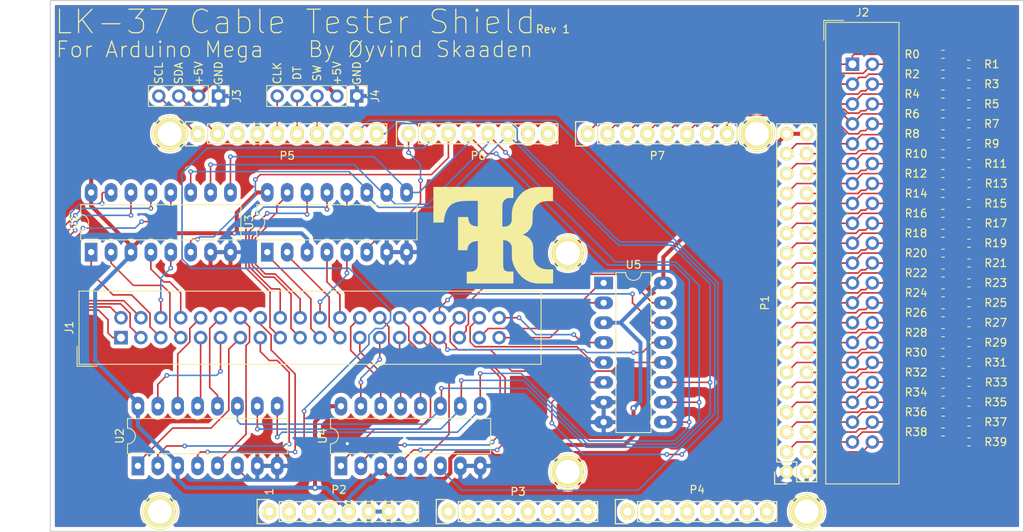
<source format=kicad_pcb>
(kicad_pcb (version 20171130) (host pcbnew 5.1.5-52549c5~84~ubuntu19.10.1)
  (title_block (date "mar. 31 mars 2015"))
  (layers (0 F.Cu signal) (31 B.Cu signal) (34 B.Paste user) (35 F.Paste user) (36 B.SilkS user) (37 F.SilkS user) (38 B.Mask user) (39 F.Mask user) (44 Edge.Cuts user))
  (net 0 "")
  (net 1 GND)
  (net 2 +5V)
  (net 3 /IOREF)
  (net 4 /Reset)
  (net 5 /Vin)
  (net 6 /A0)
  (net 7 /A1)
  (net 8 /A2)
  (net 9 /A3)
  (net 10 /A4)
  (net 11 /A5)
  (net 12 /A6)
  (net 13 /A7)
  (net 14 /A8)
  (net 15 /A9)
  (net 16 /A10)
  (net 17 /A11)
  (net 18 /A12)
  (net 19 /A13)
  (net 20 /A14)
  (net 21 /A15)
  (net 22 /AREF)
  (net 23 "/10(**)")
  (net 24 "Net-(P2-Pad1)")
  (net 25 +3V3)
  (net 26 "/1(Tx0)")
  (net 27 "/0(Rx0)")
  (net 28 /Out39)
  (net 29 /Out38)
  (net 30 /Out37)
  (net 31 /Out36)
  (net 32 /Out35)
  (net 33 /Out34)
  (net 34 /Out33)
  (net 35 /Out32)
  (net 36 /Out31)
  (net 37 /Out30)
  (net 38 /Out29)
  (net 39 /Out28)
  (net 40 /Out27)
  (net 41 /Out26)
  (net 42 /Out25)
  (net 43 /Out24)
  (net 44 /Out23)
  (net 45 /Out22)
  (net 46 /Out21)
  (net 47 /Out20)
  (net 48 /Out19)
  (net 49 /Out18)
  (net 50 /Out17)
  (net 51 /Out16)
  (net 52 /Out15)
  (net 53 /Out14)
  (net 54 /Out13)
  (net 55 /Out12)
  (net 56 /Out11)
  (net 57 /Out10)
  (net 58 /Out9)
  (net 59 /Out8)
  (net 60 /Out7)
  (net 61 /Out6)
  (net 62 /Out5)
  (net 63 /Out4)
  (net 64 /Out3)
  (net 65 /Out2)
  (net 66 /Out1)
  (net 67 /Out0)
  (net 68 /MuxA)
  (net 69 /MuxB)
  (net 70 /MuxC)
  (net 71 /MuxSel5)
  (net 72 /MuxSel4)
  (net 73 /MuxSel3)
  (net 74 /MuxSel2)
  (net 75 /MuxSel1)
  (net 76 /In39)
  (net 77 /In38)
  (net 78 /In37)
  (net 79 /In36)
  (net 80 /In35)
  (net 81 /In34)
  (net 82 /In33)
  (net 83 /In32)
  (net 84 /In31)
  (net 85 /In30)
  (net 86 /In29)
  (net 87 /In28)
  (net 88 /In27)
  (net 89 /In26)
  (net 90 /In25)
  (net 91 /In24)
  (net 92 /In23)
  (net 93 /In22)
  (net 94 /In21)
  (net 95 /In20)
  (net 96 /In19)
  (net 97 /In18)
  (net 98 /In17)
  (net 99 /In16)
  (net 100 /In15)
  (net 101 /In14)
  (net 102 /In13)
  (net 103 /In12)
  (net 104 /In11)
  (net 105 /In10)
  (net 106 /In9)
  (net 107 /In8)
  (net 108 /In7)
  (net 109 /In6)
  (net 110 /In5)
  (net 111 /In4)
  (net 112 /In3)
  (net 113 /In2)
  (net 114 /In1)
  (net 115 /In0)
  (net 116 SCL)
  (net 117 SDA)
  (net 118 CLK)
  (net 119 DT)
  (net 120 SW)
  (module Logo:logo (layer F.Cu) (at 159.893 83.82)
    (fp_text reference G*** hide)
    (fp_text value LOGO hide)
  )
  (module Connector_PinHeader_2.54mm:PinHeader_1x05_P2.54mm_Vertical (layer F.Cu) (at 142.494 66.04 270)
    (fp_text reference J4 (at 0 -2.33 90) (layer F.SilkS))
    (fp_text value Conn_01x05_Male)
    (pad 5 thru_hole oval (at 0 10.16 270) (size 1.7 1.7) (drill 1) (layers *.Cu *.Mask) (net 118 CLK))
    (pad 4 thru_hole oval (at 0 7.62 270) (size 1.7 1.7) (drill 1) (layers *.Cu *.Mask) (net 119 DT))
    (pad 3 thru_hole oval (at 0 5.08 270) (size 1.7 1.7) (drill 1) (layers *.Cu *.Mask) (net 120 SW))
    (pad 2 thru_hole oval (at 0 2.54 270) (size 1.7 1.7) (drill 1) (layers *.Cu *.Mask) (net 2 +5V))
    (pad 1 thru_hole rect (at 0 0 270) (size 1.7 1.7) (drill 1) (layers *.Cu *.Mask) (net 1 GND))
  )
  (module Connector_PinHeader_2.54mm:PinHeader_1x04_P2.54mm_Vertical (layer F.Cu) (at 124.841 66.04 270)
    (fp_text reference J3 (at 0 -2.33 90) (layer F.SilkS))
    (fp_text value Conn_01x04_Male)
    (pad 4 thru_hole oval (at 0 7.62 270) (size 1.7 1.7) (drill 1) (layers *.Cu *.Mask) (net 116 SCL))
    (pad 3 thru_hole oval (at 0 5.08 270) (size 1.7 1.7) (drill 1) (layers *.Cu *.Mask) (net 117 SDA))
    (pad 2 thru_hole oval (at 0 2.54 270) (size 1.7 1.7) (drill 1) (layers *.Cu *.Mask) (net 2 +5V))
    (pad 1 thru_hole rect (at 0 0 270) (size 1.7 1.7) (drill 1) (layers *.Cu *.Mask) (net 1 GND))
  )
  (module Connector_IDC:IDC-Header_2x20_P2.54mm_Vertical (layer F.Cu) (at 112.395 96.901 90)
    (fp_text reference J1 (at 1.27 -6.604 90) (layer F.SilkS))
    (fp_text value Utganger)
    (pad 40 thru_hole oval (at 2.54 48.26 90) (size 1.7272 1.7272) (drill 1.016) (layers *.Cu *.Mask) (net 28 /Out39))
    (pad 39 thru_hole oval (at 0 48.26 90) (size 1.7272 1.7272) (drill 1.016) (layers *.Cu *.Mask) (net 29 /Out38))
    (pad 38 thru_hole oval (at 2.54 45.72 90) (size 1.7272 1.7272) (drill 1.016) (layers *.Cu *.Mask) (net 30 /Out37))
    (pad 37 thru_hole oval (at 0 45.72 90) (size 1.7272 1.7272) (drill 1.016) (layers *.Cu *.Mask) (net 31 /Out36))
    (pad 36 thru_hole oval (at 2.54 43.18 90) (size 1.7272 1.7272) (drill 1.016) (layers *.Cu *.Mask) (net 32 /Out35))
    (pad 35 thru_hole oval (at 0 43.18 90) (size 1.7272 1.7272) (drill 1.016) (layers *.Cu *.Mask) (net 33 /Out34))
    (pad 34 thru_hole oval (at 2.54 40.64 90) (size 1.7272 1.7272) (drill 1.016) (layers *.Cu *.Mask) (net 34 /Out33))
    (pad 33 thru_hole oval (at 0 40.64 90) (size 1.7272 1.7272) (drill 1.016) (layers *.Cu *.Mask) (net 35 /Out32))
    (pad 32 thru_hole oval (at 2.54 38.1 90) (size 1.7272 1.7272) (drill 1.016) (layers *.Cu *.Mask) (net 36 /Out31))
    (pad 31 thru_hole oval (at 0 38.1 90) (size 1.7272 1.7272) (drill 1.016) (layers *.Cu *.Mask) (net 37 /Out30))
    (pad 30 thru_hole oval (at 2.54 35.56 90) (size 1.7272 1.7272) (drill 1.016) (layers *.Cu *.Mask) (net 38 /Out29))
    (pad 29 thru_hole oval (at 0 35.56 90) (size 1.7272 1.7272) (drill 1.016) (layers *.Cu *.Mask) (net 39 /Out28))
    (pad 28 thru_hole oval (at 2.54 33.02 90) (size 1.7272 1.7272) (drill 1.016) (layers *.Cu *.Mask) (net 40 /Out27))
    (pad 27 thru_hole oval (at 0 33.02 90) (size 1.7272 1.7272) (drill 1.016) (layers *.Cu *.Mask) (net 41 /Out26))
    (pad 26 thru_hole oval (at 2.54 30.48 90) (size 1.7272 1.7272) (drill 1.016) (layers *.Cu *.Mask) (net 42 /Out25))
    (pad 25 thru_hole oval (at 0 30.48 90) (size 1.7272 1.7272) (drill 1.016) (layers *.Cu *.Mask) (net 43 /Out24))
    (pad 24 thru_hole oval (at 2.54 27.94 90) (size 1.7272 1.7272) (drill 1.016) (layers *.Cu *.Mask) (net 44 /Out23))
    (pad 23 thru_hole oval (at 0 27.94 90) (size 1.7272 1.7272) (drill 1.016) (layers *.Cu *.Mask) (net 45 /Out22))
    (pad 22 thru_hole oval (at 2.54 25.4 90) (size 1.7272 1.7272) (drill 1.016) (layers *.Cu *.Mask) (net 46 /Out21))
    (pad 21 thru_hole oval (at 0 25.4 90) (size 1.7272 1.7272) (drill 1.016) (layers *.Cu *.Mask) (net 47 /Out20))
    (pad 20 thru_hole oval (at 2.54 22.86 90) (size 1.7272 1.7272) (drill 1.016) (layers *.Cu *.Mask) (net 48 /Out19))
    (pad 19 thru_hole oval (at 0 22.86 90) (size 1.7272 1.7272) (drill 1.016) (layers *.Cu *.Mask) (net 49 /Out18))
    (pad 18 thru_hole oval (at 2.54 20.32 90) (size 1.7272 1.7272) (drill 1.016) (layers *.Cu *.Mask) (net 50 /Out17))
    (pad 17 thru_hole oval (at 0 20.32 90) (size 1.7272 1.7272) (drill 1.016) (layers *.Cu *.Mask) (net 51 /Out16))
    (pad 16 thru_hole oval (at 2.54 17.78 90) (size 1.7272 1.7272) (drill 1.016) (layers *.Cu *.Mask) (net 52 /Out15))
    (pad 15 thru_hole oval (at 0 17.78 90) (size 1.7272 1.7272) (drill 1.016) (layers *.Cu *.Mask) (net 53 /Out14))
    (pad 14 thru_hole oval (at 2.54 15.24 90) (size 1.7272 1.7272) (drill 1.016) (layers *.Cu *.Mask) (net 54 /Out13))
    (pad 13 thru_hole oval (at 0 15.24 90) (size 1.7272 1.7272) (drill 1.016) (layers *.Cu *.Mask) (net 55 /Out12))
    (pad 12 thru_hole oval (at 2.54 12.7 90) (size 1.7272 1.7272) (drill 1.016) (layers *.Cu *.Mask) (net 56 /Out11))
    (pad 11 thru_hole oval (at 0 12.7 90) (size 1.7272 1.7272) (drill 1.016) (layers *.Cu *.Mask) (net 57 /Out10))
    (pad 10 thru_hole oval (at 2.54 10.16 90) (size 1.7272 1.7272) (drill 1.016) (layers *.Cu *.Mask) (net 58 /Out9))
    (pad 9 thru_hole oval (at 0 10.16 90) (size 1.7272 1.7272) (drill 1.016) (layers *.Cu *.Mask) (net 59 /Out8))
    (pad 8 thru_hole oval (at 2.54 7.62 90) (size 1.7272 1.7272) (drill 1.016) (layers *.Cu *.Mask) (net 60 /Out7))
    (pad 7 thru_hole oval (at 0 7.62 90) (size 1.7272 1.7272) (drill 1.016) (layers *.Cu *.Mask) (net 61 /Out6))
    (pad 6 thru_hole oval (at 2.54 5.08 90) (size 1.7272 1.7272) (drill 1.016) (layers *.Cu *.Mask) (net 62 /Out5))
    (pad 5 thru_hole oval (at 0 5.08 90) (size 1.7272 1.7272) (drill 1.016) (layers *.Cu *.Mask) (net 63 /Out4))
    (pad 4 thru_hole oval (at 2.54 2.54 90) (size 1.7272 1.7272) (drill 1.016) (layers *.Cu *.Mask) (net 64 /Out3))
    (pad 3 thru_hole oval (at 0 2.54 90) (size 1.7272 1.7272) (drill 1.016) (layers *.Cu *.Mask) (net 65 /Out2))
    (pad 2 thru_hole oval (at 2.54 0 90) (size 1.7272 1.7272) (drill 1.016) (layers *.Cu *.Mask) (net 66 /Out1))
    (pad 1 thru_hole rect (at 0 0 90) (size 1.7272 1.7272) (drill 1.016) (layers *.Cu *.Mask) (net 67 /Out0))
  )
  (module Connector_IDC:IDC-Header_2x20_P2.54mm_Vertical (layer F.Cu) (at 205.74 61.976)
    (fp_text reference J2 (at 1.27 -6.604) (layer F.SilkS))
    (fp_text value Innganger)
    (pad 40 thru_hole oval (at 2.54 48.26) (size 1.7272 1.7272) (drill 1.016) (layers *.Cu *.Mask) (net 76 /In39))
    (pad 39 thru_hole oval (at 0 48.26) (size 1.7272 1.7272) (drill 1.016) (layers *.Cu *.Mask) (net 77 /In38))
    (pad 38 thru_hole oval (at 2.54 45.72) (size 1.7272 1.7272) (drill 1.016) (layers *.Cu *.Mask) (net 78 /In37))
    (pad 37 thru_hole oval (at 0 45.72) (size 1.7272 1.7272) (drill 1.016) (layers *.Cu *.Mask) (net 79 /In36))
    (pad 36 thru_hole oval (at 2.54 43.18) (size 1.7272 1.7272) (drill 1.016) (layers *.Cu *.Mask) (net 80 /In35))
    (pad 35 thru_hole oval (at 0 43.18) (size 1.7272 1.7272) (drill 1.016) (layers *.Cu *.Mask) (net 81 /In34))
    (pad 34 thru_hole oval (at 2.54 40.64) (size 1.7272 1.7272) (drill 1.016) (layers *.Cu *.Mask) (net 82 /In33))
    (pad 33 thru_hole oval (at 0 40.64) (size 1.7272 1.7272) (drill 1.016) (layers *.Cu *.Mask) (net 83 /In32))
    (pad 32 thru_hole oval (at 2.54 38.1) (size 1.7272 1.7272) (drill 1.016) (layers *.Cu *.Mask) (net 84 /In31))
    (pad 31 thru_hole oval (at 0 38.1) (size 1.7272 1.7272) (drill 1.016) (layers *.Cu *.Mask) (net 85 /In30))
    (pad 30 thru_hole oval (at 2.54 35.56) (size 1.7272 1.7272) (drill 1.016) (layers *.Cu *.Mask) (net 86 /In29))
    (pad 29 thru_hole oval (at 0 35.56) (size 1.7272 1.7272) (drill 1.016) (layers *.Cu *.Mask) (net 87 /In28))
    (pad 28 thru_hole oval (at 2.54 33.02) (size 1.7272 1.7272) (drill 1.016) (layers *.Cu *.Mask) (net 88 /In27))
    (pad 27 thru_hole oval (at 0 33.02) (size 1.7272 1.7272) (drill 1.016) (layers *.Cu *.Mask) (net 89 /In26))
    (pad 26 thru_hole oval (at 2.54 30.48) (size 1.7272 1.7272) (drill 1.016) (layers *.Cu *.Mask) (net 90 /In25))
    (pad 25 thru_hole oval (at 0 30.48) (size 1.7272 1.7272) (drill 1.016) (layers *.Cu *.Mask) (net 91 /In24))
    (pad 24 thru_hole oval (at 2.54 27.94) (size 1.7272 1.7272) (drill 1.016) (layers *.Cu *.Mask) (net 92 /In23))
    (pad 23 thru_hole oval (at 0 27.94) (size 1.7272 1.7272) (drill 1.016) (layers *.Cu *.Mask) (net 93 /In22))
    (pad 22 thru_hole oval (at 2.54 25.4) (size 1.7272 1.7272) (drill 1.016) (layers *.Cu *.Mask) (net 94 /In21))
    (pad 21 thru_hole oval (at 0 25.4) (size 1.7272 1.7272) (drill 1.016) (layers *.Cu *.Mask) (net 95 /In20))
    (pad 20 thru_hole oval (at 2.54 22.86) (size 1.7272 1.7272) (drill 1.016) (layers *.Cu *.Mask) (net 96 /In19))
    (pad 19 thru_hole oval (at 0 22.86) (size 1.7272 1.7272) (drill 1.016) (layers *.Cu *.Mask) (net 97 /In18))
    (pad 18 thru_hole oval (at 2.54 20.32) (size 1.7272 1.7272) (drill 1.016) (layers *.Cu *.Mask) (net 98 /In17))
    (pad 17 thru_hole oval (at 0 20.32) (size 1.7272 1.7272) (drill 1.016) (layers *.Cu *.Mask) (net 99 /In16))
    (pad 16 thru_hole oval (at 2.54 17.78) (size 1.7272 1.7272) (drill 1.016) (layers *.Cu *.Mask) (net 100 /In15))
    (pad 15 thru_hole oval (at 0 17.78) (size 1.7272 1.7272) (drill 1.016) (layers *.Cu *.Mask) (net 101 /In14))
    (pad 14 thru_hole oval (at 2.54 15.24) (size 1.7272 1.7272) (drill 1.016) (layers *.Cu *.Mask) (net 102 /In13))
    (pad 13 thru_hole oval (at 0 15.24) (size 1.7272 1.7272) (drill 1.016) (layers *.Cu *.Mask) (net 103 /In12))
    (pad 12 thru_hole oval (at 2.54 12.7) (size 1.7272 1.7272) (drill 1.016) (layers *.Cu *.Mask) (net 104 /In11))
    (pad 11 thru_hole oval (at 0 12.7) (size 1.7272 1.7272) (drill 1.016) (layers *.Cu *.Mask) (net 105 /In10))
    (pad 10 thru_hole oval (at 2.54 10.16) (size 1.7272 1.7272) (drill 1.016) (layers *.Cu *.Mask) (net 106 /In9))
    (pad 9 thru_hole oval (at 0 10.16) (size 1.7272 1.7272) (drill 1.016) (layers *.Cu *.Mask) (net 107 /In8))
    (pad 8 thru_hole oval (at 2.54 7.62) (size 1.7272 1.7272) (drill 1.016) (layers *.Cu *.Mask) (net 108 /In7))
    (pad 7 thru_hole oval (at 0 7.62) (size 1.7272 1.7272) (drill 1.016) (layers *.Cu *.Mask) (net 109 /In6))
    (pad 6 thru_hole oval (at 2.54 5.08) (size 1.7272 1.7272) (drill 1.016) (layers *.Cu *.Mask) (net 110 /In5))
    (pad 5 thru_hole oval (at 0 5.08) (size 1.7272 1.7272) (drill 1.016) (layers *.Cu *.Mask) (net 111 /In4))
    (pad 4 thru_hole oval (at 2.54 2.54) (size 1.7272 1.7272) (drill 1.016) (layers *.Cu *.Mask) (net 112 /In3))
    (pad 3 thru_hole oval (at 0 2.54) (size 1.7272 1.7272) (drill 1.016) (layers *.Cu *.Mask) (net 113 /In2))
    (pad 2 thru_hole oval (at 2.54 0) (size 1.7272 1.7272) (drill 1.016) (layers *.Cu *.Mask) (net 114 /In1))
    (pad 1 thru_hole rect (at 0 0) (size 1.7272 1.7272) (drill 1.016) (layers *.Cu *.Mask) (net 115 /In0))
  )
  (module Resistor_SMD:R_0603_1608Metric_Pad1.05x0.95mm_HandSolder (layer F.Cu) (at 220.613 110.236)
    (fp_text reference R39 (at 3.415 0) (layer F.SilkS))
    (fp_text value 10K)
    (pad 2 smd roundrect (at 0.875 0) (size 1.05 0.95) (layers F.Cu F.Paste F.Mask) (net 1 GND))
    (pad 1 smd roundrect (at -0.875 0) (size 1.05 0.95) (layers F.Cu F.Paste F.Mask) (net 76 /In39))
  )
  (module Resistor_SMD:R_0603_1608Metric_Pad1.05x0.95mm_HandSolder (layer F.Cu) (at 217.311 108.966)
    (fp_text reference R38 (at -3.443 0) (layer F.SilkS))
    (fp_text value 10K)
    (pad 2 smd roundrect (at 0.875 0) (size 1.05 0.95) (layers F.Cu F.Paste F.Mask) (net 1 GND))
    (pad 1 smd roundrect (at -0.875 0) (size 1.05 0.95) (layers F.Cu F.Paste F.Mask) (net 77 /In38))
  )
  (module Resistor_SMD:R_0603_1608Metric_Pad1.05x0.95mm_HandSolder (layer F.Cu) (at 220.613 107.696)
    (fp_text reference R37 (at 3.415 0) (layer F.SilkS))
    (fp_text value 10K)
    (pad 2 smd roundrect (at 0.875 0) (size 1.05 0.95) (layers F.Cu F.Paste F.Mask) (net 1 GND))
    (pad 1 smd roundrect (at -0.875 0) (size 1.05 0.95) (layers F.Cu F.Paste F.Mask) (net 78 /In37))
  )
  (module Resistor_SMD:R_0603_1608Metric_Pad1.05x0.95mm_HandSolder (layer F.Cu) (at 217.311 106.426)
    (fp_text reference R36 (at -3.443 0) (layer F.SilkS))
    (fp_text value 10K)
    (pad 2 smd roundrect (at 0.875 0) (size 1.05 0.95) (layers F.Cu F.Paste F.Mask) (net 1 GND))
    (pad 1 smd roundrect (at -0.875 0) (size 1.05 0.95) (layers F.Cu F.Paste F.Mask) (net 79 /In36))
  )
  (module Resistor_SMD:R_0603_1608Metric_Pad1.05x0.95mm_HandSolder (layer F.Cu) (at 220.613 105.156)
    (fp_text reference R35 (at 3.415 0) (layer F.SilkS))
    (fp_text value 10K)
    (pad 2 smd roundrect (at 0.875 0) (size 1.05 0.95) (layers F.Cu F.Paste F.Mask) (net 1 GND))
    (pad 1 smd roundrect (at -0.875 0) (size 1.05 0.95) (layers F.Cu F.Paste F.Mask) (net 80 /In35))
  )
  (module Resistor_SMD:R_0603_1608Metric_Pad1.05x0.95mm_HandSolder (layer F.Cu) (at 217.311 103.886)
    (fp_text reference R34 (at -3.443 0) (layer F.SilkS))
    (fp_text value 10K)
    (pad 2 smd roundrect (at 0.875 0) (size 1.05 0.95) (layers F.Cu F.Paste F.Mask) (net 1 GND))
    (pad 1 smd roundrect (at -0.875 0) (size 1.05 0.95) (layers F.Cu F.Paste F.Mask) (net 81 /In34))
  )
  (module Resistor_SMD:R_0603_1608Metric_Pad1.05x0.95mm_HandSolder (layer F.Cu) (at 220.6358 102.616)
    (fp_text reference R33 (at 3.443 0) (layer F.SilkS))
    (fp_text value 10K)
    (pad 2 smd roundrect (at 0.875 0) (size 1.05 0.95) (layers F.Cu F.Paste F.Mask) (net 1 GND))
    (pad 1 smd roundrect (at -0.875 0) (size 1.05 0.95) (layers F.Cu F.Paste F.Mask) (net 82 /In33))
  )
  (module Resistor_SMD:R_0603_1608Metric_Pad1.05x0.95mm_HandSolder (layer F.Cu) (at 217.311 101.346)
    (fp_text reference R32 (at -3.443 0) (layer F.SilkS))
    (fp_text value 10K)
    (pad 2 smd roundrect (at 0.875 0) (size 1.05 0.95) (layers F.Cu F.Paste F.Mask) (net 1 GND))
    (pad 1 smd roundrect (at -0.875 0) (size 1.05 0.95) (layers F.Cu F.Paste F.Mask) (net 83 /In32))
  )
  (module Resistor_SMD:R_0603_1608Metric_Pad1.05x0.95mm_HandSolder (layer F.Cu) (at 220.613 100.076)
    (fp_text reference R31 (at 3.415 0) (layer F.SilkS))
    (fp_text value 10K)
    (pad 2 smd roundrect (at 0.875 0) (size 1.05 0.95) (layers F.Cu F.Paste F.Mask) (net 1 GND))
    (pad 1 smd roundrect (at -0.875 0) (size 1.05 0.95) (layers F.Cu F.Paste F.Mask) (net 84 /In31))
  )
  (module Resistor_SMD:R_0603_1608Metric_Pad1.05x0.95mm_HandSolder (layer F.Cu) (at 217.283 98.806)
    (fp_text reference R30 (at -3.415 0) (layer F.SilkS))
    (fp_text value 10K)
    (pad 2 smd roundrect (at 0.875 0) (size 1.05 0.95) (layers F.Cu F.Paste F.Mask) (net 1 GND))
    (pad 1 smd roundrect (at -0.875 0) (size 1.05 0.95) (layers F.Cu F.Paste F.Mask) (net 85 /In30))
  )
  (module Resistor_SMD:R_0603_1608Metric_Pad1.05x0.95mm_HandSolder (layer F.Cu) (at 220.613 97.536)
    (fp_text reference R29 (at 3.415 0) (layer F.SilkS))
    (fp_text value 10K)
    (pad 2 smd roundrect (at 0.875 0) (size 1.05 0.95) (layers F.Cu F.Paste F.Mask) (net 1 GND))
    (pad 1 smd roundrect (at -0.875 0) (size 1.05 0.95) (layers F.Cu F.Paste F.Mask) (net 86 /In29))
  )
  (module Resistor_SMD:R_0603_1608Metric_Pad1.05x0.95mm_HandSolder (layer F.Cu) (at 217.311 96.266)
    (fp_text reference R28 (at -3.443 0) (layer F.SilkS))
    (fp_text value 10K)
    (pad 2 smd roundrect (at 0.875 0) (size 1.05 0.95) (layers F.Cu F.Paste F.Mask) (net 1 GND))
    (pad 1 smd roundrect (at -0.875 0) (size 1.05 0.95) (layers F.Cu F.Paste F.Mask) (net 87 /In28))
  )
  (module Resistor_SMD:R_0603_1608Metric_Pad1.05x0.95mm_HandSolder (layer F.Cu) (at 220.613 94.996)
    (fp_text reference R27 (at 3.415 0) (layer F.SilkS))
    (fp_text value 10K)
    (pad 2 smd roundrect (at 0.875 0) (size 1.05 0.95) (layers F.Cu F.Paste F.Mask) (net 1 GND))
    (pad 1 smd roundrect (at -0.875 0) (size 1.05 0.95) (layers F.Cu F.Paste F.Mask) (net 88 /In27))
  )
  (module Resistor_SMD:R_0603_1608Metric_Pad1.05x0.95mm_HandSolder (layer F.Cu) (at 217.311 93.726)
    (fp_text reference R26 (at -3.443 0) (layer F.SilkS))
    (fp_text value 10K)
    (pad 2 smd roundrect (at 0.875 0) (size 1.05 0.95) (layers F.Cu F.Paste F.Mask) (net 1 GND))
    (pad 1 smd roundrect (at -0.875 0) (size 1.05 0.95) (layers F.Cu F.Paste F.Mask) (net 89 /In26))
  )
  (module Resistor_SMD:R_0603_1608Metric_Pad1.05x0.95mm_HandSolder (layer F.Cu) (at 220.613 92.456)
    (fp_text reference R25 (at 3.415 0) (layer F.SilkS))
    (fp_text value 10K)
    (pad 2 smd roundrect (at 0.875 0) (size 1.05 0.95) (layers F.Cu F.Paste F.Mask) (net 1 GND))
    (pad 1 smd roundrect (at -0.875 0) (size 1.05 0.95) (layers F.Cu F.Paste F.Mask) (net 90 /In25))
  )
  (module Resistor_SMD:R_0603_1608Metric_Pad1.05x0.95mm_HandSolder (layer F.Cu) (at 217.311 91.186)
    (fp_text reference R24 (at -3.443 0) (layer F.SilkS))
    (fp_text value 10K)
    (pad 2 smd roundrect (at 0.875 0) (size 1.05 0.95) (layers F.Cu F.Paste F.Mask) (net 1 GND))
    (pad 1 smd roundrect (at -0.875 0) (size 1.05 0.95) (layers F.Cu F.Paste F.Mask) (net 91 /In24))
  )
  (module Resistor_SMD:R_0603_1608Metric_Pad1.05x0.95mm_HandSolder (layer F.Cu) (at 220.613 89.916)
    (fp_text reference R23 (at 3.415 0) (layer F.SilkS))
    (fp_text value 10K)
    (pad 2 smd roundrect (at 0.875 0) (size 1.05 0.95) (layers F.Cu F.Paste F.Mask) (net 1 GND))
    (pad 1 smd roundrect (at -0.875 0) (size 1.05 0.95) (layers F.Cu F.Paste F.Mask) (net 92 /In23))
  )
  (module Resistor_SMD:R_0603_1608Metric_Pad1.05x0.95mm_HandSolder (layer F.Cu) (at 217.311 88.646)
    (fp_text reference R22 (at -3.443 0) (layer F.SilkS))
    (fp_text value 10K)
    (pad 2 smd roundrect (at 0.875 0) (size 1.05 0.95) (layers F.Cu F.Paste F.Mask) (net 1 GND))
    (pad 1 smd roundrect (at -0.875 0) (size 1.05 0.95) (layers F.Cu F.Paste F.Mask) (net 93 /In22))
  )
  (module Resistor_SMD:R_0603_1608Metric_Pad1.05x0.95mm_HandSolder (layer F.Cu) (at 220.613 87.376)
    (fp_text reference R21 (at 3.415 0) (layer F.SilkS))
    (fp_text value 10K)
    (pad 2 smd roundrect (at 0.875 0) (size 1.05 0.95) (layers F.Cu F.Paste F.Mask) (net 1 GND))
    (pad 1 smd roundrect (at -0.875 0) (size 1.05 0.95) (layers F.Cu F.Paste F.Mask) (net 94 /In21))
  )
  (module Resistor_SMD:R_0603_1608Metric_Pad1.05x0.95mm_HandSolder (layer F.Cu) (at 217.311 86.106)
    (fp_text reference R20 (at -3.443 0) (layer F.SilkS))
    (fp_text value 10K)
    (pad 2 smd roundrect (at 0.875 0) (size 1.05 0.95) (layers F.Cu F.Paste F.Mask) (net 1 GND))
    (pad 1 smd roundrect (at -0.875 0) (size 1.05 0.95) (layers F.Cu F.Paste F.Mask) (net 95 /In20))
  )
  (module Resistor_SMD:R_0603_1608Metric_Pad1.05x0.95mm_HandSolder (layer F.Cu) (at 220.613 84.836)
    (fp_text reference R19 (at 3.415 0) (layer F.SilkS))
    (fp_text value 10K)
    (pad 2 smd roundrect (at 0.875 0) (size 1.05 0.95) (layers F.Cu F.Paste F.Mask) (net 1 GND))
    (pad 1 smd roundrect (at -0.875 0) (size 1.05 0.95) (layers F.Cu F.Paste F.Mask) (net 96 /In19))
  )
  (module Resistor_SMD:R_0603_1608Metric_Pad1.05x0.95mm_HandSolder (layer F.Cu) (at 217.2856 83.566)
    (fp_text reference R18 (at -3.443 0) (layer F.SilkS))
    (fp_text value 10K)
    (pad 2 smd roundrect (at 0.875 0) (size 1.05 0.95) (layers F.Cu F.Paste F.Mask) (net 1 GND))
    (pad 1 smd roundrect (at -0.875 0) (size 1.05 0.95) (layers F.Cu F.Paste F.Mask) (net 97 /In18))
  )
  (module Resistor_SMD:R_0603_1608Metric_Pad1.05x0.95mm_HandSolder (layer F.Cu) (at 220.6104 82.296)
    (fp_text reference R17 (at 3.443 0) (layer F.SilkS))
    (fp_text value 10K)
    (pad 2 smd roundrect (at 0.875 0) (size 1.05 0.95) (layers F.Cu F.Paste F.Mask) (net 1 GND))
    (pad 1 smd roundrect (at -0.875 0) (size 1.05 0.95) (layers F.Cu F.Paste F.Mask) (net 98 /In17))
  )
  (module Resistor_SMD:R_0603_1608Metric_Pad1.05x0.95mm_HandSolder (layer F.Cu) (at 217.283 81.026)
    (fp_text reference R16 (at -3.415 0) (layer F.SilkS))
    (fp_text value 10K)
    (pad 2 smd roundrect (at 0.875 0) (size 1.05 0.95) (layers F.Cu F.Paste F.Mask) (net 1 GND))
    (pad 1 smd roundrect (at -0.875 0) (size 1.05 0.95) (layers F.Cu F.Paste F.Mask) (net 99 /In16))
  )
  (module Resistor_SMD:R_0603_1608Metric_Pad1.05x0.95mm_HandSolder (layer F.Cu) (at 220.585 79.756)
    (fp_text reference R15 (at 3.443 0) (layer F.SilkS))
    (fp_text value 10K)
    (pad 2 smd roundrect (at 0.875 0) (size 1.05 0.95) (layers F.Cu F.Paste F.Mask) (net 1 GND))
    (pad 1 smd roundrect (at -0.875 0) (size 1.05 0.95) (layers F.Cu F.Paste F.Mask) (net 100 /In15))
  )
  (module Resistor_SMD:R_0603_1608Metric_Pad1.05x0.95mm_HandSolder (layer F.Cu) (at 217.283 78.486)
    (fp_text reference R14 (at -3.415 0) (layer F.SilkS))
    (fp_text value 10K)
    (pad 2 smd roundrect (at 0.875 0) (size 1.05 0.95) (layers F.Cu F.Paste F.Mask) (net 1 GND))
    (pad 1 smd roundrect (at -0.875 0) (size 1.05 0.95) (layers F.Cu F.Paste F.Mask) (net 101 /In14))
  )
  (module Resistor_SMD:R_0603_1608Metric_Pad1.05x0.95mm_HandSolder (layer F.Cu) (at 220.6358 77.216)
    (fp_text reference R13 (at 3.443 0) (layer F.SilkS))
    (fp_text value 10K)
    (pad 2 smd roundrect (at 0.875 0) (size 1.05 0.95) (layers F.Cu F.Paste F.Mask) (net 1 GND))
    (pad 1 smd roundrect (at -0.875 0) (size 1.05 0.95) (layers F.Cu F.Paste F.Mask) (net 102 /In13))
  )
  (module Resistor_SMD:R_0603_1608Metric_Pad1.05x0.95mm_HandSolder (layer F.Cu) (at 217.2856 75.946)
    (fp_text reference R12 (at -3.443 0) (layer F.SilkS))
    (fp_text value 10K)
    (pad 2 smd roundrect (at 0.875 0) (size 1.05 0.95) (layers F.Cu F.Paste F.Mask) (net 1 GND))
    (pad 1 smd roundrect (at -0.875 0) (size 1.05 0.95) (layers F.Cu F.Paste F.Mask) (net 103 /In12))
  )
  (module Resistor_SMD:R_0603_1608Metric_Pad1.05x0.95mm_HandSolder (layer F.Cu) (at 220.613 74.676)
    (fp_text reference R11 (at 3.415 0) (layer F.SilkS))
    (fp_text value 10K)
    (pad 2 smd roundrect (at 0.875 0) (size 1.05 0.95) (layers F.Cu F.Paste F.Mask) (net 1 GND))
    (pad 1 smd roundrect (at -0.875 0) (size 1.05 0.95) (layers F.Cu F.Paste F.Mask) (net 104 /In11))
  )
  (module Resistor_SMD:R_0603_1608Metric_Pad1.05x0.95mm_HandSolder (layer F.Cu) (at 217.283 73.406)
    (fp_text reference R10 (at -3.415 0) (layer F.SilkS))
    (fp_text value 10K)
    (pad 2 smd roundrect (at 0.875 0) (size 1.05 0.95) (layers F.Cu F.Paste F.Mask) (net 1 GND))
    (pad 1 smd roundrect (at -0.875 0) (size 1.05 0.95) (layers F.Cu F.Paste F.Mask) (net 105 /In10))
  )
  (module Resistor_SMD:R_0603_1608Metric_Pad1.05x0.95mm_HandSolder (layer F.Cu) (at 220.585 69.596)
    (fp_text reference R7 (at 2.935 0) (layer F.SilkS))
    (fp_text value 10K)
    (pad 2 smd roundrect (at 0.875 0) (size 1.05 0.95) (layers F.Cu F.Paste F.Mask) (net 1 GND))
    (pad 1 smd roundrect (at -0.875 0) (size 1.05 0.95) (layers F.Cu F.Paste F.Mask) (net 108 /In7))
  )
  (module Resistor_SMD:R_0603_1608Metric_Pad1.05x0.95mm_HandSolder (layer F.Cu) (at 217.283 68.326)
    (fp_text reference R6 (at -3.923 0) (layer F.SilkS))
    (fp_text value 10K)
    (pad 2 smd roundrect (at 0.875 0) (size 1.05 0.95) (layers F.Cu F.Paste F.Mask) (net 1 GND))
    (pad 1 smd roundrect (at -0.875 0) (size 1.05 0.95) (layers F.Cu F.Paste F.Mask) (net 109 /In6))
  )
  (module Resistor_SMD:R_0603_1608Metric_Pad1.05x0.95mm_HandSolder (layer F.Cu) (at 220.585 67.056)
    (fp_text reference R5 (at 2.935 0) (layer F.SilkS))
    (fp_text value 10K)
    (pad 2 smd roundrect (at 0.875 0) (size 1.05 0.95) (layers F.Cu F.Paste F.Mask) (net 1 GND))
    (pad 1 smd roundrect (at -0.875 0) (size 1.05 0.95) (layers F.Cu F.Paste F.Mask) (net 110 /In5))
  )
  (module Resistor_SMD:R_0603_1608Metric_Pad1.05x0.95mm_HandSolder (layer F.Cu) (at 217.283 65.786)
    (fp_text reference R4 (at -3.923 0) (layer F.SilkS))
    (fp_text value 10K)
    (pad 2 smd roundrect (at 0.875 0) (size 1.05 0.95) (layers F.Cu F.Paste F.Mask) (net 1 GND))
    (pad 1 smd roundrect (at -0.875 0) (size 1.05 0.95) (layers F.Cu F.Paste F.Mask) (net 111 /In4))
  )
  (module Resistor_SMD:R_0603_1608Metric_Pad1.05x0.95mm_HandSolder (layer F.Cu) (at 220.585 64.516)
    (fp_text reference R3 (at 2.935 0) (layer F.SilkS))
    (fp_text value 10K)
    (pad 2 smd roundrect (at 0.875 0) (size 1.05 0.95) (layers F.Cu F.Paste F.Mask) (net 1 GND))
    (pad 1 smd roundrect (at -0.875 0) (size 1.05 0.95) (layers F.Cu F.Paste F.Mask) (net 112 /In3))
  )
  (module Resistor_SMD:R_0603_1608Metric_Pad1.05x0.95mm_HandSolder (layer F.Cu) (at 217.283 63.246)
    (fp_text reference R2 (at -3.923 0) (layer F.SilkS))
    (fp_text value 10K)
    (pad 2 smd roundrect (at 0.875 0) (size 1.05 0.95) (layers F.Cu F.Paste F.Mask) (net 1 GND))
    (pad 1 smd roundrect (at -0.875 0) (size 1.05 0.95) (layers F.Cu F.Paste F.Mask) (net 113 /In2))
  )
  (module Resistor_SMD:R_0603_1608Metric_Pad1.05x0.95mm_HandSolder (layer F.Cu) (at 220.585 61.976)
    (fp_text reference R1 (at 2.935 0) (layer F.SilkS))
    (fp_text value 10K)
    (pad 2 smd roundrect (at 0.875 0) (size 1.05 0.95) (layers F.Cu F.Paste F.Mask) (net 1 GND))
    (pad 1 smd roundrect (at -0.875 0) (size 1.05 0.95) (layers F.Cu F.Paste F.Mask) (net 114 /In1))
  )
  (module Resistor_SMD:R_0603_1608Metric_Pad1.05x0.95mm_HandSolder (layer F.Cu) (at 217.283 60.706)
    (fp_text reference R0 (at -3.923 0) (layer F.SilkS))
    (fp_text value 10K)
    (pad 2 smd roundrect (at 0.875 0) (size 1.05 0.95) (layers F.Cu F.Paste F.Mask) (net 1 GND))
    (pad 1 smd roundrect (at -0.875 0) (size 1.05 0.95) (layers F.Cu F.Paste F.Mask) (net 115 /In0))
  )
  (module Resistor_SMD:R_0603_1608Metric_Pad1.05x0.95mm_HandSolder (layer F.Cu) (at 220.585 72.136)
    (fp_text reference R9 (at 2.935 0) (layer F.SilkS))
    (fp_text value 10K)
    (pad 2 smd roundrect (at 0.875 0) (size 1.05 0.95) (layers F.Cu F.Paste F.Mask) (net 1 GND))
    (pad 1 smd roundrect (at -0.875 0) (size 1.05 0.95) (layers F.Cu F.Paste F.Mask) (net 106 /In9))
  )
  (module Resistor_SMD:R_0603_1608Metric_Pad1.05x0.95mm_HandSolder (layer F.Cu) (at 217.283 70.866)
    (fp_text reference R8 (at -3.923 0) (layer F.SilkS))
    (fp_text value 10K)
    (pad 2 smd roundrect (at 0.875 0) (size 1.05 0.95) (layers F.Cu F.Paste F.Mask) (net 1 GND))
    (pad 1 smd roundrect (at -0.875 0) (size 1.05 0.95) (layers F.Cu F.Paste F.Mask) (net 107 /In8))
  )
  (module Package_DIP:DIP-16_W7.62mm_LongPads (layer F.Cu) (at 173.99 89.916)
    (fp_text reference U5 (at 3.81 -2.33) (layer F.SilkS))
    (fp_text value 4051)
    (pad 16 thru_hole oval (at 7.62 0) (size 2.4 1.6) (drill 0.8) (layers *.Cu *.Mask) (net 2 +5V))
    (pad 8 thru_hole oval (at 0 17.78) (size 2.4 1.6) (drill 0.8) (layers *.Cu *.Mask) (net 1 GND))
    (pad 15 thru_hole oval (at 7.62 2.54) (size 2.4 1.6) (drill 0.8) (layers *.Cu *.Mask) (net 33 /Out34))
    (pad 7 thru_hole oval (at 0 15.24) (size 2.4 1.6) (drill 0.8) (layers *.Cu *.Mask) (net 1 GND))
    (pad 14 thru_hole oval (at 7.62 5.08) (size 2.4 1.6) (drill 0.8) (layers *.Cu *.Mask) (net 34 /Out33))
    (pad 6 thru_hole oval (at 0 12.7) (size 2.4 1.6) (drill 0.8) (layers *.Cu *.Mask) (net 71 /MuxSel5))
    (pad 13 thru_hole oval (at 7.62 7.62) (size 2.4 1.6) (drill 0.8) (layers *.Cu *.Mask) (net 35 /Out32))
    (pad 5 thru_hole oval (at 0 10.16) (size 2.4 1.6) (drill 0.8) (layers *.Cu *.Mask) (net 30 /Out37))
    (pad 12 thru_hole oval (at 7.62 10.16) (size 2.4 1.6) (drill 0.8) (layers *.Cu *.Mask) (net 32 /Out35))
    (pad 4 thru_hole oval (at 0 7.62) (size 2.4 1.6) (drill 0.8) (layers *.Cu *.Mask) (net 28 /Out39))
    (pad 11 thru_hole oval (at 7.62 12.7) (size 2.4 1.6) (drill 0.8) (layers *.Cu *.Mask) (net 68 /MuxA))
    (pad 3 thru_hole oval (at 0 5.08) (size 2.4 1.6) (drill 0.8) (layers *.Cu *.Mask) (net 2 +5V))
    (pad 10 thru_hole oval (at 7.62 15.24) (size 2.4 1.6) (drill 0.8) (layers *.Cu *.Mask) (net 69 /MuxB))
    (pad 2 thru_hole oval (at 0 2.54) (size 2.4 1.6) (drill 0.8) (layers *.Cu *.Mask) (net 29 /Out38))
    (pad 9 thru_hole oval (at 7.62 17.78) (size 2.4 1.6) (drill 0.8) (layers *.Cu *.Mask) (net 70 /MuxC))
    (pad 1 thru_hole rect (at 0 0) (size 2.4 1.6) (drill 0.8) (layers *.Cu *.Mask) (net 31 /Out36))
  )
  (module Package_DIP:DIP-16_W7.62mm_LongPads (layer F.Cu) (at 140.462 113.284 90)
    (fp_text reference U4 (at 3.81 -2.33 90) (layer F.SilkS))
    (fp_text value 4051)
    (pad 16 thru_hole oval (at 7.62 0 90) (size 2.4 1.6) (drill 0.8) (layers *.Cu *.Mask) (net 2 +5V))
    (pad 8 thru_hole oval (at 0 17.78 90) (size 2.4 1.6) (drill 0.8) (layers *.Cu *.Mask) (net 1 GND))
    (pad 15 thru_hole oval (at 7.62 2.54 90) (size 2.4 1.6) (drill 0.8) (layers *.Cu *.Mask) (net 41 /Out26))
    (pad 7 thru_hole oval (at 0 15.24 90) (size 2.4 1.6) (drill 0.8) (layers *.Cu *.Mask) (net 1 GND))
    (pad 14 thru_hole oval (at 7.62 5.08 90) (size 2.4 1.6) (drill 0.8) (layers *.Cu *.Mask) (net 42 /Out25))
    (pad 6 thru_hole oval (at 0 12.7 90) (size 2.4 1.6) (drill 0.8) (layers *.Cu *.Mask) (net 72 /MuxSel4))
    (pad 13 thru_hole oval (at 7.62 7.62 90) (size 2.4 1.6) (drill 0.8) (layers *.Cu *.Mask) (net 43 /Out24))
    (pad 5 thru_hole oval (at 0 10.16 90) (size 2.4 1.6) (drill 0.8) (layers *.Cu *.Mask) (net 38 /Out29))
    (pad 12 thru_hole oval (at 7.62 10.16 90) (size 2.4 1.6) (drill 0.8) (layers *.Cu *.Mask) (net 40 /Out27))
    (pad 4 thru_hole oval (at 0 7.62 90) (size 2.4 1.6) (drill 0.8) (layers *.Cu *.Mask) (net 36 /Out31))
    (pad 11 thru_hole oval (at 7.62 12.7 90) (size 2.4 1.6) (drill 0.8) (layers *.Cu *.Mask) (net 68 /MuxA))
    (pad 3 thru_hole oval (at 0 5.08 90) (size 2.4 1.6) (drill 0.8) (layers *.Cu *.Mask) (net 2 +5V))
    (pad 10 thru_hole oval (at 7.62 15.24 90) (size 2.4 1.6) (drill 0.8) (layers *.Cu *.Mask) (net 69 /MuxB))
    (pad 2 thru_hole oval (at 0 2.54 90) (size 2.4 1.6) (drill 0.8) (layers *.Cu *.Mask) (net 37 /Out30))
    (pad 9 thru_hole oval (at 7.62 17.78 90) (size 2.4 1.6) (drill 0.8) (layers *.Cu *.Mask) (net 70 /MuxC))
    (pad 1 thru_hole rect (at 0 0 90) (size 2.4 1.6) (drill 0.8) (layers *.Cu *.Mask) (net 39 /Out28))
  )
  (module Package_DIP:DIP-16_W7.62mm_LongPads (layer F.Cu) (at 131.064 85.979 90)
    (fp_text reference U3 (at 3.81 -2.33 90) (layer F.SilkS))
    (fp_text value 4051)
    (pad 16 thru_hole oval (at 7.62 0 90) (size 2.4 1.6) (drill 0.8) (layers *.Cu *.Mask) (net 2 +5V))
    (pad 8 thru_hole oval (at 0 17.78 90) (size 2.4 1.6) (drill 0.8) (layers *.Cu *.Mask) (net 1 GND))
    (pad 15 thru_hole oval (at 7.62 2.54 90) (size 2.4 1.6) (drill 0.8) (layers *.Cu *.Mask) (net 49 /Out18))
    (pad 7 thru_hole oval (at 0 15.24 90) (size 2.4 1.6) (drill 0.8) (layers *.Cu *.Mask) (net 1 GND))
    (pad 14 thru_hole oval (at 7.62 5.08 90) (size 2.4 1.6) (drill 0.8) (layers *.Cu *.Mask) (net 50 /Out17))
    (pad 6 thru_hole oval (at 0 12.7 90) (size 2.4 1.6) (drill 0.8) (layers *.Cu *.Mask) (net 73 /MuxSel3))
    (pad 13 thru_hole oval (at 7.62 7.62 90) (size 2.4 1.6) (drill 0.8) (layers *.Cu *.Mask) (net 51 /Out16))
    (pad 5 thru_hole oval (at 0 10.16 90) (size 2.4 1.6) (drill 0.8) (layers *.Cu *.Mask) (net 46 /Out21))
    (pad 12 thru_hole oval (at 7.62 10.16 90) (size 2.4 1.6) (drill 0.8) (layers *.Cu *.Mask) (net 48 /Out19))
    (pad 4 thru_hole oval (at 0 7.62 90) (size 2.4 1.6) (drill 0.8) (layers *.Cu *.Mask) (net 44 /Out23))
    (pad 11 thru_hole oval (at 7.62 12.7 90) (size 2.4 1.6) (drill 0.8) (layers *.Cu *.Mask) (net 68 /MuxA))
    (pad 3 thru_hole oval (at 0 5.08 90) (size 2.4 1.6) (drill 0.8) (layers *.Cu *.Mask) (net 2 +5V))
    (pad 10 thru_hole oval (at 7.62 15.24 90) (size 2.4 1.6) (drill 0.8) (layers *.Cu *.Mask) (net 69 /MuxB))
    (pad 2 thru_hole oval (at 0 2.54 90) (size 2.4 1.6) (drill 0.8) (layers *.Cu *.Mask) (net 45 /Out22))
    (pad 9 thru_hole oval (at 7.62 17.78 90) (size 2.4 1.6) (drill 0.8) (layers *.Cu *.Mask) (net 70 /MuxC))
    (pad 1 thru_hole rect (at 0 0 90) (size 2.4 1.6) (drill 0.8) (layers *.Cu *.Mask) (net 47 /Out20))
  )
  (module Package_DIP:DIP-16_W7.62mm_LongPads (layer F.Cu) (at 114.554 113.284 90)
    (fp_text reference U2 (at 3.81 -2.33 90) (layer F.SilkS))
    (fp_text value 4051)
    (pad 16 thru_hole oval (at 7.62 0 90) (size 2.4 1.6) (drill 0.8) (layers *.Cu *.Mask) (net 2 +5V))
    (pad 8 thru_hole oval (at 0 17.78 90) (size 2.4 1.6) (drill 0.8) (layers *.Cu *.Mask) (net 1 GND))
    (pad 15 thru_hole oval (at 7.62 2.54 90) (size 2.4 1.6) (drill 0.8) (layers *.Cu *.Mask) (net 57 /Out10))
    (pad 7 thru_hole oval (at 0 15.24 90) (size 2.4 1.6) (drill 0.8) (layers *.Cu *.Mask) (net 1 GND))
    (pad 14 thru_hole oval (at 7.62 5.08 90) (size 2.4 1.6) (drill 0.8) (layers *.Cu *.Mask) (net 58 /Out9))
    (pad 6 thru_hole oval (at 0 12.7 90) (size 2.4 1.6) (drill 0.8) (layers *.Cu *.Mask) (net 74 /MuxSel2))
    (pad 13 thru_hole oval (at 7.62 7.62 90) (size 2.4 1.6) (drill 0.8) (layers *.Cu *.Mask) (net 59 /Out8))
    (pad 5 thru_hole oval (at 0 10.16 90) (size 2.4 1.6) (drill 0.8) (layers *.Cu *.Mask) (net 54 /Out13))
    (pad 12 thru_hole oval (at 7.62 10.16 90) (size 2.4 1.6) (drill 0.8) (layers *.Cu *.Mask) (net 56 /Out11))
    (pad 4 thru_hole oval (at 0 7.62 90) (size 2.4 1.6) (drill 0.8) (layers *.Cu *.Mask) (net 52 /Out15))
    (pad 11 thru_hole oval (at 7.62 12.7 90) (size 2.4 1.6) (drill 0.8) (layers *.Cu *.Mask) (net 68 /MuxA))
    (pad 3 thru_hole oval (at 0 5.08 90) (size 2.4 1.6) (drill 0.8) (layers *.Cu *.Mask) (net 2 +5V))
    (pad 10 thru_hole oval (at 7.62 15.24 90) (size 2.4 1.6) (drill 0.8) (layers *.Cu *.Mask) (net 69 /MuxB))
    (pad 2 thru_hole oval (at 0 2.54 90) (size 2.4 1.6) (drill 0.8) (layers *.Cu *.Mask) (net 53 /Out14))
    (pad 9 thru_hole oval (at 7.62 17.78 90) (size 2.4 1.6) (drill 0.8) (layers *.Cu *.Mask) (net 70 /MuxC))
    (pad 1 thru_hole rect (at 0 0 90) (size 2.4 1.6) (drill 0.8) (layers *.Cu *.Mask) (net 55 /Out12))
  )
  (module Package_DIP:DIP-16_W7.62mm_LongPads (layer F.Cu) (at 108.585 85.979 90)
    (fp_text reference U1 (at 3.81 -2.33 90) (layer F.SilkS))
    (fp_text value 4051)
    (pad 16 thru_hole oval (at 7.62 0 90) (size 2.4 1.6) (drill 0.8) (layers *.Cu *.Mask) (net 2 +5V))
    (pad 8 thru_hole oval (at 0 17.78 90) (size 2.4 1.6) (drill 0.8) (layers *.Cu *.Mask) (net 1 GND))
    (pad 15 thru_hole oval (at 7.62 2.54 90) (size 2.4 1.6) (drill 0.8) (layers *.Cu *.Mask) (net 65 /Out2))
    (pad 7 thru_hole oval (at 0 15.24 90) (size 2.4 1.6) (drill 0.8) (layers *.Cu *.Mask) (net 1 GND))
    (pad 14 thru_hole oval (at 7.62 5.08 90) (size 2.4 1.6) (drill 0.8) (layers *.Cu *.Mask) (net 66 /Out1))
    (pad 6 thru_hole oval (at 0 12.7 90) (size 2.4 1.6) (drill 0.8) (layers *.Cu *.Mask) (net 75 /MuxSel1))
    (pad 13 thru_hole oval (at 7.62 7.62 90) (size 2.4 1.6) (drill 0.8) (layers *.Cu *.Mask) (net 67 /Out0))
    (pad 5 thru_hole oval (at 0 10.16 90) (size 2.4 1.6) (drill 0.8) (layers *.Cu *.Mask) (net 62 /Out5))
    (pad 12 thru_hole oval (at 7.62 10.16 90) (size 2.4 1.6) (drill 0.8) (layers *.Cu *.Mask) (net 64 /Out3))
    (pad 4 thru_hole oval (at 0 7.62 90) (size 2.4 1.6) (drill 0.8) (layers *.Cu *.Mask) (net 60 /Out7))
    (pad 11 thru_hole oval (at 7.62 12.7 90) (size 2.4 1.6) (drill 0.8) (layers *.Cu *.Mask) (net 68 /MuxA))
    (pad 3 thru_hole oval (at 0 5.08 90) (size 2.4 1.6) (drill 0.8) (layers *.Cu *.Mask) (net 2 +5V))
    (pad 10 thru_hole oval (at 7.62 15.24 90) (size 2.4 1.6) (drill 0.8) (layers *.Cu *.Mask) (net 69 /MuxB))
    (pad 2 thru_hole oval (at 0 2.54 90) (size 2.4 1.6) (drill 0.8) (layers *.Cu *.Mask) (net 61 /Out6))
    (pad 9 thru_hole oval (at 7.62 17.78 90) (size 2.4 1.6) (drill 0.8) (layers *.Cu *.Mask) (net 70 /MuxC))
    (pad 1 thru_hole rect (at 0 0 90) (size 2.4 1.6) (drill 0.8) (layers *.Cu *.Mask) (net 63 /Out4))
  )
  (module Socket_Arduino_Mega:Socket_Strip_Arduino_2x18 (layer F.Cu) (at 197.358 114.046 90)
    (fp_text reference P1 (at 21.59 -2.794 90) (layer F.SilkS))
    (fp_text value Digital)
    (pad 1 thru_hole circle (at 0 0 90) (size 1.7272 1.7272) (drill 1.016) (layers *.Cu *.Mask F.SilkS) (net 1 GND))
    (pad 2 thru_hole oval (at 0 2.54 90) (size 1.7272 1.7272) (drill 1.016) (layers *.Cu *.Mask F.SilkS) (net 1 GND))
    (pad 3 thru_hole oval (at 2.54 0 90) (size 1.7272 1.7272) (drill 1.016) (layers *.Cu *.Mask F.SilkS) (net 77 /In38))
    (pad 4 thru_hole oval (at 2.54 2.54 90) (size 1.7272 1.7272) (drill 1.016) (layers *.Cu *.Mask F.SilkS) (net 76 /In39))
    (pad 5 thru_hole oval (at 5.08 0 90) (size 1.7272 1.7272) (drill 1.016) (layers *.Cu *.Mask F.SilkS) (net 79 /In36))
    (pad 6 thru_hole oval (at 5.08 2.54 90) (size 1.7272 1.7272) (drill 1.016) (layers *.Cu *.Mask F.SilkS) (net 78 /In37))
    (pad 7 thru_hole oval (at 7.62 0 90) (size 1.7272 1.7272) (drill 1.016) (layers *.Cu *.Mask F.SilkS) (net 81 /In34))
    (pad 8 thru_hole oval (at 7.62 2.54 90) (size 1.7272 1.7272) (drill 1.016) (layers *.Cu *.Mask F.SilkS) (net 80 /In35))
    (pad 9 thru_hole oval (at 10.16 0 90) (size 1.7272 1.7272) (drill 1.016) (layers *.Cu *.Mask F.SilkS) (net 83 /In32))
    (pad 10 thru_hole oval (at 10.16 2.54 90) (size 1.7272 1.7272) (drill 1.016) (layers *.Cu *.Mask F.SilkS) (net 82 /In33))
    (pad 11 thru_hole oval (at 12.7 0 90) (size 1.7272 1.7272) (drill 1.016) (layers *.Cu *.Mask F.SilkS) (net 85 /In30))
    (pad 12 thru_hole oval (at 12.7 2.54 90) (size 1.7272 1.7272) (drill 1.016) (layers *.Cu *.Mask F.SilkS) (net 84 /In31))
    (pad 13 thru_hole oval (at 15.24 0 90) (size 1.7272 1.7272) (drill 1.016) (layers *.Cu *.Mask F.SilkS) (net 87 /In28))
    (pad 14 thru_hole oval (at 15.24 2.54 90) (size 1.7272 1.7272) (drill 1.016) (layers *.Cu *.Mask F.SilkS) (net 86 /In29))
    (pad 15 thru_hole oval (at 17.78 0 90) (size 1.7272 1.7272) (drill 1.016) (layers *.Cu *.Mask F.SilkS) (net 89 /In26))
    (pad 16 thru_hole oval (at 17.78 2.54 90) (size 1.7272 1.7272) (drill 1.016) (layers *.Cu *.Mask F.SilkS) (net 88 /In27))
    (pad 17 thru_hole oval (at 20.32 0 90) (size 1.7272 1.7272) (drill 1.016) (layers *.Cu *.Mask F.SilkS) (net 91 /In24))
    (pad 18 thru_hole oval (at 20.32 2.54 90) (size 1.7272 1.7272) (drill 1.016) (layers *.Cu *.Mask F.SilkS) (net 90 /In25))
    (pad 19 thru_hole oval (at 22.86 0 90) (size 1.7272 1.7272) (drill 1.016) (layers *.Cu *.Mask F.SilkS) (net 93 /In22))
    (pad 20 thru_hole oval (at 22.86 2.54 90) (size 1.7272 1.7272) (drill 1.016) (layers *.Cu *.Mask F.SilkS) (net 92 /In23))
    (pad 21 thru_hole oval (at 25.4 0 90) (size 1.7272 1.7272) (drill 1.016) (layers *.Cu *.Mask F.SilkS) (net 95 /In20))
    (pad 22 thru_hole oval (at 25.4 2.54 90) (size 1.7272 1.7272) (drill 1.016) (layers *.Cu *.Mask F.SilkS) (net 94 /In21))
    (pad 23 thru_hole oval (at 27.94 0 90) (size 1.7272 1.7272) (drill 1.016) (layers *.Cu *.Mask F.SilkS) (net 97 /In18))
    (pad 24 thru_hole oval (at 27.94 2.54 90) (size 1.7272 1.7272) (drill 1.016) (layers *.Cu *.Mask F.SilkS) (net 96 /In19))
    (pad 25 thru_hole oval (at 30.48 0 90) (size 1.7272 1.7272) (drill 1.016) (layers *.Cu *.Mask F.SilkS) (net 99 /In16))
    (pad 26 thru_hole oval (at 30.48 2.54 90) (size 1.7272 1.7272) (drill 1.016) (layers *.Cu *.Mask F.SilkS) (net 98 /In17))
    (pad 27 thru_hole oval (at 33.02 0 90) (size 1.7272 1.7272) (drill 1.016) (layers *.Cu *.Mask F.SilkS) (net 101 /In14))
    (pad 28 thru_hole oval (at 33.02 2.54 90) (size 1.7272 1.7272) (drill 1.016) (layers *.Cu *.Mask F.SilkS) (net 100 /In15))
    (pad 29 thru_hole oval (at 35.56 0 90) (size 1.7272 1.7272) (drill 1.016) (layers *.Cu *.Mask F.SilkS) (net 103 /In12))
    (pad 30 thru_hole oval (at 35.56 2.54 90) (size 1.7272 1.7272) (drill 1.016) (layers *.Cu *.Mask F.SilkS) (net 102 /In13))
    (pad 31 thru_hole oval (at 38.1 0 90) (size 1.7272 1.7272) (drill 1.016) (layers *.Cu *.Mask F.SilkS) (net 105 /In10))
    (pad 32 thru_hole oval (at 38.1 2.54 90) (size 1.7272 1.7272) (drill 1.016) (layers *.Cu *.Mask F.SilkS) (net 104 /In11))
    (pad 33 thru_hole oval (at 40.64 0 90) (size 1.7272 1.7272) (drill 1.016) (layers *.Cu *.Mask F.SilkS) (net 107 /In8))
    (pad 34 thru_hole oval (at 40.64 2.54 90) (size 1.7272 1.7272) (drill 1.016) (layers *.Cu *.Mask F.SilkS) (net 106 /In9))
    (pad 35 thru_hole oval (at 43.18 0 90) (size 1.7272 1.7272) (drill 1.016) (layers *.Cu *.Mask F.SilkS) (net 2 +5V))
    (pad 36 thru_hole oval (at 43.18 2.54 90) (size 1.7272 1.7272) (drill 1.016) (layers *.Cu *.Mask F.SilkS) (net 2 +5V))
  )
  (module Socket_Arduino_Mega:Socket_Strip_Arduino_1x08 (layer F.Cu) (at 131.318 119.126)
    (fp_text reference P2 (at 8.89 -2.794) (layer F.SilkS))
    (fp_text value Power)
    (pad 1 thru_hole oval (at 0 0) (size 1.7272 2.032) (drill 1.016) (layers *.Cu *.Mask F.SilkS) (net 24 "Net-(P2-Pad1)"))
    (pad 2 thru_hole oval (at 2.54 0) (size 1.7272 2.032) (drill 1.016) (layers *.Cu *.Mask F.SilkS) (net 3 /IOREF))
    (pad 3 thru_hole oval (at 5.08 0) (size 1.7272 2.032) (drill 1.016) (layers *.Cu *.Mask F.SilkS) (net 4 /Reset))
    (pad 4 thru_hole oval (at 7.62 0) (size 1.7272 2.032) (drill 1.016) (layers *.Cu *.Mask F.SilkS) (net 25 +3V3))
    (pad 5 thru_hole oval (at 10.16 0) (size 1.7272 2.032) (drill 1.016) (layers *.Cu *.Mask F.SilkS) (net 2 +5V))
    (pad 6 thru_hole oval (at 12.7 0) (size 1.7272 2.032) (drill 1.016) (layers *.Cu *.Mask F.SilkS) (net 1 GND))
    (pad 7 thru_hole oval (at 15.24 0) (size 1.7272 2.032) (drill 1.016) (layers *.Cu *.Mask F.SilkS) (net 1 GND))
    (pad 8 thru_hole oval (at 17.78 0) (size 1.7272 2.032) (drill 1.016) (layers *.Cu *.Mask F.SilkS) (net 5 /Vin))
  )
  (module Socket_Arduino_Mega:Socket_Strip_Arduino_1x08 (layer F.Cu) (at 154.178 119.126)
    (fp_text reference P3 (at 8.89 -2.54) (layer F.SilkS))
    (fp_text value Analog)
    (pad 1 thru_hole oval (at 0 0) (size 1.7272 2.032) (drill 1.016) (layers *.Cu *.Mask F.SilkS) (net 6 /A0))
    (pad 2 thru_hole oval (at 2.54 0) (size 1.7272 2.032) (drill 1.016) (layers *.Cu *.Mask F.SilkS) (net 7 /A1))
    (pad 3 thru_hole oval (at 5.08 0) (size 1.7272 2.032) (drill 1.016) (layers *.Cu *.Mask F.SilkS) (net 8 /A2))
    (pad 4 thru_hole oval (at 7.62 0) (size 1.7272 2.032) (drill 1.016) (layers *.Cu *.Mask F.SilkS) (net 9 /A3))
    (pad 5 thru_hole oval (at 10.16 0) (size 1.7272 2.032) (drill 1.016) (layers *.Cu *.Mask F.SilkS) (net 10 /A4))
    (pad 6 thru_hole oval (at 12.7 0) (size 1.7272 2.032) (drill 1.016) (layers *.Cu *.Mask F.SilkS) (net 11 /A5))
    (pad 7 thru_hole oval (at 15.24 0) (size 1.7272 2.032) (drill 1.016) (layers *.Cu *.Mask F.SilkS) (net 12 /A6))
    (pad 8 thru_hole oval (at 17.78 0) (size 1.7272 2.032) (drill 1.016) (layers *.Cu *.Mask F.SilkS) (net 13 /A7))
  )
  (module Socket_Arduino_Mega:Socket_Strip_Arduino_1x08 (layer F.Cu) (at 177.038 119.126)
    (fp_text reference P4 (at 8.89 -2.794) (layer F.SilkS))
    (fp_text value Analog)
    (pad 1 thru_hole oval (at 0 0) (size 1.7272 2.032) (drill 1.016) (layers *.Cu *.Mask F.SilkS) (net 14 /A8))
    (pad 2 thru_hole oval (at 2.54 0) (size 1.7272 2.032) (drill 1.016) (layers *.Cu *.Mask F.SilkS) (net 15 /A9))
    (pad 3 thru_hole oval (at 5.08 0) (size 1.7272 2.032) (drill 1.016) (layers *.Cu *.Mask F.SilkS) (net 16 /A10))
    (pad 4 thru_hole oval (at 7.62 0) (size 1.7272 2.032) (drill 1.016) (layers *.Cu *.Mask F.SilkS) (net 17 /A11))
    (pad 5 thru_hole oval (at 10.16 0) (size 1.7272 2.032) (drill 1.016) (layers *.Cu *.Mask F.SilkS) (net 18 /A12))
    (pad 6 thru_hole oval (at 12.7 0) (size 1.7272 2.032) (drill 1.016) (layers *.Cu *.Mask F.SilkS) (net 19 /A13))
    (pad 7 thru_hole oval (at 15.24 0) (size 1.7272 2.032) (drill 1.016) (layers *.Cu *.Mask F.SilkS) (net 20 /A14))
    (pad 8 thru_hole oval (at 17.78 0) (size 1.7272 2.032) (drill 1.016) (layers *.Cu *.Mask F.SilkS) (net 21 /A15))
  )
  (module Socket_Arduino_Mega:Socket_Strip_Arduino_1x10 (layer F.Cu) (at 122.174 70.866)
    (fp_text reference P5 (at 11.43 2.794) (layer F.SilkS))
    (fp_text value PWM)
    (pad 1 thru_hole oval (at 0 0) (size 1.7272 2.032) (drill 1.016) (layers *.Cu *.Mask F.SilkS) (net 116 SCL))
    (pad 2 thru_hole oval (at 2.54 0) (size 1.7272 2.032) (drill 1.016) (layers *.Cu *.Mask F.SilkS) (net 117 SDA))
    (pad 3 thru_hole oval (at 5.08 0) (size 1.7272 2.032) (drill 1.016) (layers *.Cu *.Mask F.SilkS) (net 22 /AREF))
    (pad 4 thru_hole oval (at 7.62 0) (size 1.7272 2.032) (drill 1.016) (layers *.Cu *.Mask F.SilkS) (net 1 GND))
    (pad 5 thru_hole oval (at 10.16 0) (size 1.7272 2.032) (drill 1.016) (layers *.Cu *.Mask F.SilkS) (net 118 CLK))
    (pad 6 thru_hole oval (at 12.7 0) (size 1.7272 2.032) (drill 1.016) (layers *.Cu *.Mask F.SilkS) (net 119 DT))
    (pad 7 thru_hole oval (at 15.24 0) (size 1.7272 2.032) (drill 1.016) (layers *.Cu *.Mask F.SilkS) (net 120 SW))
    (pad 8 thru_hole oval (at 17.78 0) (size 1.7272 2.032) (drill 1.016) (layers *.Cu *.Mask F.SilkS) (net 23 "/10(**)"))
    (pad 9 thru_hole oval (at 20.32 0) (size 1.7272 2.032) (drill 1.016) (layers *.Cu *.Mask F.SilkS) (net 71 /MuxSel5))
    (pad 10 thru_hole oval (at 22.86 0) (size 1.7272 2.032) (drill 1.016) (layers *.Cu *.Mask F.SilkS) (net 72 /MuxSel4))
  )
  (module Socket_Arduino_Mega:Socket_Strip_Arduino_1x08 (layer F.Cu) (at 149.098 70.866)
    (fp_text reference P6 (at 8.89 2.794) (layer F.SilkS))
    (fp_text value PWM)
    (pad 1 thru_hole oval (at 0 0) (size 1.7272 2.032) (drill 1.016) (layers *.Cu *.Mask F.SilkS) (net 73 /MuxSel3))
    (pad 2 thru_hole oval (at 2.54 0) (size 1.7272 2.032) (drill 1.016) (layers *.Cu *.Mask F.SilkS) (net 74 /MuxSel2))
    (pad 3 thru_hole oval (at 5.08 0) (size 1.7272 2.032) (drill 1.016) (layers *.Cu *.Mask F.SilkS) (net 75 /MuxSel1))
    (pad 4 thru_hole oval (at 7.62 0) (size 1.7272 2.032) (drill 1.016) (layers *.Cu *.Mask F.SilkS) (net 70 /MuxC))
    (pad 5 thru_hole oval (at 10.16 0) (size 1.7272 2.032) (drill 1.016) (layers *.Cu *.Mask F.SilkS) (net 69 /MuxB))
    (pad 6 thru_hole oval (at 12.7 0) (size 1.7272 2.032) (drill 1.016) (layers *.Cu *.Mask F.SilkS) (net 68 /MuxA))
    (pad 7 thru_hole oval (at 15.24 0) (size 1.7272 2.032) (drill 1.016) (layers *.Cu *.Mask F.SilkS) (net 26 "/1(Tx0)"))
    (pad 8 thru_hole oval (at 17.78 0) (size 1.7272 2.032) (drill 1.016) (layers *.Cu *.Mask F.SilkS) (net 27 "/0(Rx0)"))
  )
  (module Socket_Arduino_Mega:Socket_Strip_Arduino_1x08 (layer F.Cu) (at 171.958 70.866)
    (fp_text reference P7 (at 8.89 2.794) (layer F.SilkS))
    (fp_text value Communication)
    (pad 1 thru_hole oval (at 0 0) (size 1.7272 2.032) (drill 1.016) (layers *.Cu *.Mask F.SilkS) (net 115 /In0))
    (pad 2 thru_hole oval (at 2.54 0) (size 1.7272 2.032) (drill 1.016) (layers *.Cu *.Mask F.SilkS) (net 114 /In1))
    (pad 3 thru_hole oval (at 5.08 0) (size 1.7272 2.032) (drill 1.016) (layers *.Cu *.Mask F.SilkS) (net 113 /In2))
    (pad 4 thru_hole oval (at 7.62 0) (size 1.7272 2.032) (drill 1.016) (layers *.Cu *.Mask F.SilkS) (net 112 /In3))
    (pad 5 thru_hole oval (at 10.16 0) (size 1.7272 2.032) (drill 1.016) (layers *.Cu *.Mask F.SilkS) (net 111 /In4))
    (pad 6 thru_hole oval (at 12.7 0) (size 1.7272 2.032) (drill 1.016) (layers *.Cu *.Mask F.SilkS) (net 110 /In5))
    (pad 7 thru_hole oval (at 15.24 0) (size 1.7272 2.032) (drill 1.016) (layers *.Cu *.Mask F.SilkS) (net 109 /In6))
    (pad 8 thru_hole oval (at 17.78 0) (size 1.7272 2.032) (drill 1.016) (layers *.Cu *.Mask F.SilkS) (net 108 /In7))
  )
  (module Socket_Arduino_Mega:Arduino_1pin (layer F.Cu) (at 117.348 119.126)
    (fp_text reference P8 hide)
    (fp_text value CONN_01X01 hide)
    (pad 1 thru_hole circle (at 0 0) (size 4.064 4.064) (drill 3.048) (layers *.Cu *.Mask F.SilkS) (net 1 GND))
  )
  (module Socket_Arduino_Mega:Arduino_1pin (layer F.Cu) (at 169.418 114.046)
    (fp_text reference P9 hide)
    (fp_text value CONN_01X01 hide)
    (pad 1 thru_hole circle (at 0 0) (size 4.064 4.064) (drill 3.048) (layers *.Cu *.Mask F.SilkS) (net 1 GND))
  )
  (module Socket_Arduino_Mega:Arduino_1pin (layer F.Cu) (at 199.898 119.126)
    (fp_text reference P10 hide)
    (fp_text value CONN_01X01 hide)
    (pad 1 thru_hole circle (at 0 0) (size 4.064 4.064) (drill 3.048) (layers *.Cu *.Mask F.SilkS) (net 1 GND))
  )
  (module Socket_Arduino_Mega:Arduino_1pin (layer F.Cu) (at 118.618 70.866)
    (fp_text reference P11 hide)
    (fp_text value CONN_01X01 hide)
    (pad 1 thru_hole circle (at 0 0) (size 4.064 4.064) (drill 3.048) (layers *.Cu *.Mask F.SilkS) (net 1 GND))
  )
  (module Socket_Arduino_Mega:Arduino_1pin (layer F.Cu) (at 169.418 86.106)
    (fp_text reference P12 hide)
    (fp_text value CONN_01X01 hide)
    (pad 1 thru_hole circle (at 0 0) (size 4.064 4.064) (drill 3.048) (layers *.Cu *.Mask F.SilkS) (net 1 GND))
  )
  (module Socket_Arduino_Mega:Arduino_1pin (layer F.Cu) (at 193.548 70.866)
    (fp_text reference P13 hide)
    (fp_text value CONN_01X01 hide)
    (pad 1 thru_hole circle (at 0 0) (size 4.064 4.064) (drill 3.048) (layers *.Cu *.Mask F.SilkS) (net 1 GND))
  )
  (gr_text GND (at 142.494 63.119 90) (layer F.SilkS) (effects (font (size 1 1))))
  (gr_text +5V (at 139.954 63.119 90) (layer F.SilkS) (effects (font (size 1 1))))
  (gr_text CLK (at 132.334 63.119 90) (layer F.SilkS) (effects (font (size 1 1))))
  (gr_text DT (at 134.874 63.119 90) (layer F.SilkS) (effects (font (size 1 1))))
  (gr_text SW (at 137.414 63.119 90) (layer F.SilkS) (effects (font (size 1 1))))
  (gr_text GND (at 124.841 63.119 90) (layer F.SilkS) (effects (font (size 1 1))))
  (gr_text +5V (at 122.301 63.119 90) (layer F.SilkS) (effects (font (size 1 1))))
  (gr_text SDA (at 119.761 63.119 90) (layer F.SilkS) (effects (font (size 1 1))))
  (gr_text SCL (at 117.221 63.119 90) (layer F.SilkS) (effects (font (size 1 1))))
  (gr_text "By Øyvind Skaaden" (at 150.622 60.071) (layer F.SilkS) (effects (font (size 2 2))))
  (gr_text "Rev 1" (at 167.513 57.5056) (layer F.SilkS) (effects (font (size 1 1))))
  (gr_text "For Arduino Mega " (at 118.11 60.0964) (layer F.SilkS) (effects (font (size 2 2))))
  (gr_text "LK-37 Cable Tester Shield" (at 134.62 56.5658) (layer F.SilkS) (effects (font (size 3 3))))
  (gr_line (start 103.378 53.848) (end 199.898 53.848) (layer Edge.Cuts) (width 0.15))
  (gr_line (start 103.378 68.326) (end 103.378 53.848) (layer Edge.Cuts) (width 0.15))
  (gr_line (start 202.438 121.666) (end 227.584 121.666) (layer Edge.Cuts) (width 0.15))
  (gr_line (start 227.584 53.848) (end 227.584 121.666) (layer Edge.Cuts) (width 0.15))
  (gr_line (start 199.898 53.848) (end 227.584 53.848) (layer Edge.Cuts) (width 0.15))
  (gr_text 1 (at 131.318 116.586 90) (layer F.SilkS) (effects (font (size 1 1))))
  (gr_line (start 202.438 121.666) (end 103.378 121.666) (angle 90) (layer Edge.Cuts) (width 0.15))
  (gr_line (start 103.378 121.666) (end 103.378 68.326) (angle 90) (layer Edge.Cuts) (width 0.15))
  (segment (start 126.365 84.271) (end 126.168 84.074) (width 0.508) (layer B.Cu) (net 1))
  (segment (start 126.365 85.979) (end 126.365 84.271) (width 0.508) (layer B.Cu) (net 1))
  (segment (start 126.111 83.212078) (end 127.027078 82.296) (width 0.508) (layer B.Cu) (net 1))
  (segment (start 126.168 84.074) (end 126.111 84.017) (width 0.508) (layer B.Cu) (net 1))
  (segment (start 126.111 84.017) (end 126.111 83.212078) (width 0.508) (layer B.Cu) (net 1))
  (via (at 141.2748 110.4392) (size 0.8) (drill 0.4) (layers F.Cu B.Cu) (net 1))
  (segment (start 119.634 112.884) (end 119.634 113.284) (width 0.508) (layer B.Cu) (net 2))
  (segment (start 118.326 111.576) (end 119.634 112.884) (width 0.508) (layer B.Cu) (net 2))
  (segment (start 117.926 111.576) (end 118.326 111.576) (width 0.508) (layer B.Cu) (net 2))
  (segment (start 114.554 108.204) (end 117.926 111.576) (width 0.508) (layer B.Cu) (net 2))
  (segment (start 114.554 105.664) (end 114.554 108.204) (width 0.508) (layer B.Cu) (net 2))
  (segment (start 119.634 114.992) (end 120.72 116.078) (width 0.508) (layer B.Cu) (net 2))
  (segment (start 119.634 113.284) (end 119.634 114.992) (width 0.508) (layer B.Cu) (net 2))
  (segment (start 141.478 118.9736) (end 141.478 119.126) (width 0.508) (layer B.Cu) (net 2))
  (segment (start 138.5824 116.078) (end 141.478 118.9736) (width 0.508) (layer B.Cu) (net 2))
  (segment (start 120.72 116.078) (end 137.16 116.078) (width 0.508) (layer B.Cu) (net 2))
  (segment (start 145.542 113.684) (end 145.542 113.284) (width 0.508) (layer B.Cu) (net 2))
  (segment (start 144.234 114.992) (end 145.542 113.684) (width 0.508) (layer B.Cu) (net 2))
  (segment (start 143.834 114.992) (end 144.234 114.992) (width 0.508) (layer B.Cu) (net 2))
  (segment (start 141.478 117.348) (end 143.834 114.992) (width 0.508) (layer B.Cu) (net 2))
  (segment (start 141.478 119.126) (end 141.478 117.348) (width 0.508) (layer B.Cu) (net 2))
  (segment (start 137.16 116.078) (end 138.5824 116.078) (width 0.508) (layer B.Cu) (net 2))
  (via (at 137.16 116.078) (size 0.8) (drill 0.4) (layers F.Cu B.Cu) (net 2))
  (segment (start 139.154 105.664) (end 140.462 105.664) (width 0.508) (layer F.Cu) (net 2))
  (segment (start 137.16 107.658) (end 139.154 105.664) (width 0.508) (layer F.Cu) (net 2))
  (segment (start 137.16 116.078) (end 137.16 107.658) (width 0.508) (layer F.Cu) (net 2))
  (segment (start 181.61 86.614) (end 181.61 89.916) (width 0.508) (layer F.Cu) (net 2))
  (segment (start 197.358 70.866) (end 181.61 86.614) (width 0.508) (layer F.Cu) (net 2))
  (segment (start 175.698 94.996) (end 173.99 94.996) (width 0.508) (layer B.Cu) (net 2))
  (segment (start 176.13 94.996) (end 175.698 94.996) (width 0.508) (layer B.Cu) (net 2))
  (segment (start 181.21 89.916) (end 176.13 94.996) (width 0.508) (layer B.Cu) (net 2))
  (segment (start 181.61 89.916) (end 181.21 89.916) (width 0.508) (layer B.Cu) (net 2))
  (segment (start 160.039079 112.006001) (end 167.778717 112.006001) (width 0.508) (layer F.Cu) (net 2))
  (segment (start 155.166662 111.613921) (end 159.646999 111.613921) (width 0.508) (layer F.Cu) (net 2))
  (segment (start 145.542 113.684) (end 146.79601 114.93801) (width 0.508) (layer F.Cu) (net 2))
  (segment (start 167.778717 112.006001) (end 169.167718 110.617) (width 0.508) (layer F.Cu) (net 2))
  (segment (start 146.79601 114.93801) (end 153.681427 114.93801) (width 0.508) (layer F.Cu) (net 2))
  (segment (start 159.646999 111.613921) (end 160.039079 112.006001) (width 0.508) (layer F.Cu) (net 2))
  (segment (start 154.41601 112.364573) (end 155.166662 111.613921) (width 0.508) (layer F.Cu) (net 2))
  (segment (start 154.41601 114.203427) (end 154.41601 112.364573) (width 0.508) (layer F.Cu) (net 2))
  (segment (start 145.542 113.284) (end 145.542 113.684) (width 0.508) (layer F.Cu) (net 2))
  (segment (start 153.681427 114.93801) (end 154.41601 114.203427) (width 0.508) (layer F.Cu) (net 2))
  (segment (start 169.167718 110.617) (end 176.657 110.617) (width 0.508) (layer F.Cu) (net 2))
  (segment (start 176.657 110.617) (end 177.8 109.474) (width 0.508) (layer F.Cu) (net 2))
  (segment (start 177.8 109.474) (end 177.8 105.918) (width 0.508) (layer F.Cu) (net 2))
  (segment (start 177.8 105.918) (end 177.8 105.918) (width 0.508) (layer F.Cu) (net 2))
  (via (at 177.8 105.918) (size 0.8) (drill 0.4) (layers F.Cu B.Cu) (net 2))
  (segment (start 178.689 97.555) (end 176.13 94.996) (width 0.508) (layer B.Cu) (net 2))
  (segment (start 178.689 105.029) (end 178.689 97.555) (width 0.508) (layer B.Cu) (net 2))
  (segment (start 177.8 105.918) (end 178.689 105.029) (width 0.508) (layer B.Cu) (net 2))
  (segment (start 136.144 84.271) (end 135.439 83.566) (width 0.508) (layer B.Cu) (net 2))
  (segment (start 136.144 85.979) (end 136.144 84.271) (width 0.508) (layer B.Cu) (net 2))
  (segment (start 135.439 83.566) (end 126.873 83.566) (width 0.508) (layer B.Cu) (net 2))
  (segment (start 126.873 83.566) (end 126.873 83.566) (width 0.508) (layer B.Cu) (net 2))
  (via (at 126.873 83.566) (size 0.6) (drill 0.3) (layers F.Cu B.Cu) (net 2))
  (segment (start 127.172999 80.942001) (end 129.756 78.359) (width 0.508) (layer F.Cu) (net 2))
  (segment (start 129.756 78.359) (end 131.064 78.359) (width 0.508) (layer F.Cu) (net 2))
  (segment (start 127.172999 83.266001) (end 127.172999 80.942001) (width 0.508) (layer F.Cu) (net 2))
  (segment (start 126.873 83.566) (end 127.172999 83.266001) (width 0.508) (layer F.Cu) (net 2))
  (segment (start 113.665 85.579) (end 113.665 85.979) (width 0.508) (layer F.Cu) (net 2))
  (segment (start 115.678 83.566) (end 113.665 85.579) (width 0.508) (layer F.Cu) (net 2))
  (segment (start 126.873 83.566) (end 115.678 83.566) (width 0.508) (layer F.Cu) (net 2))
  (segment (start 108.585 80.067) (end 108.585 78.359) (width 0.508) (layer F.Cu) (net 2))
  (segment (start 113.665 85.979) (end 113.665 85.147) (width 0.508) (layer F.Cu) (net 2))
  (segment (start 113.665 85.147) (end 108.585 80.067) (width 0.508) (layer F.Cu) (net 2))
  (segment (start 109.093 99.803) (end 114.554 105.264) (width 0.508) (layer B.Cu) (net 2))
  (segment (start 109.093 90.951) (end 109.093 99.803) (width 0.508) (layer B.Cu) (net 2))
  (segment (start 114.554 105.264) (end 114.554 105.664) (width 0.508) (layer B.Cu) (net 2))
  (segment (start 113.665 86.379) (end 109.093 90.951) (width 0.508) (layer B.Cu) (net 2))
  (segment (start 113.665 85.979) (end 113.665 86.379) (width 0.508) (layer B.Cu) (net 2))
  (segment (start 197.358 70.866) (end 199.898 70.866) (width 0.508) (layer F.Cu) (net 2))
  (segment (start 120.015 63.754) (end 122.301 66.04) (width 0.508) (layer F.Cu) (net 2))
  (segment (start 113.411 63.754) (end 120.015 63.754) (width 0.508) (layer F.Cu) (net 2))
  (segment (start 108.585 78.359) (end 108.585 68.58) (width 0.508) (layer F.Cu) (net 2))
  (segment (start 108.585 68.58) (end 113.411 63.754) (width 0.508) (layer F.Cu) (net 2))
  (segment (start 122.301 66.04) (end 124.587 63.754) (width 0.508) (layer F.Cu) (net 2))
  (segment (start 137.668 63.754) (end 139.954 66.04) (width 0.508) (layer F.Cu) (net 2))
  (segment (start 124.587 63.754) (end 137.668 63.754) (width 0.508) (layer F.Cu) (net 2))
  (segment (start 160.655 94.361) (end 163.195 94.361) (width 0.2) (layer F.Cu) (net 28))
  (segment (start 173.99 97.536) (end 171.196 97.536) (width 0.2) (layer F.Cu) (net 28))
  (segment (start 171.196 97.536) (end 170.18 96.52) (width 0.2) (layer F.Cu) (net 28))
  (segment (start 163.195 94.361) (end 163.195 94.361) (width 0.2) (layer F.Cu) (net 28))
  (via (at 163.195 94.361) (size 0.6) (drill 0.3) (layers F.Cu B.Cu) (net 28))
  (segment (start 170.18 96.52) (end 170.18 96.52) (width 0.2) (layer F.Cu) (net 28))
  (via (at 170.18 96.52) (size 0.6) (drill 0.3) (layers F.Cu B.Cu) (net 28))
  (segment (start 165.354 96.52) (end 170.18 96.52) (width 0.2) (layer B.Cu) (net 28))
  (segment (start 163.195 94.361) (end 165.354 96.52) (width 0.2) (layer B.Cu) (net 28))
  (segment (start 171.615698 92.456) (end 173.99 92.456) (width 0.2) (layer F.Cu) (net 29))
  (segment (start 160.655 96.901) (end 167.170698 96.901) (width 0.2) (layer F.Cu) (net 29))
  (segment (start 167.170698 96.901) (end 171.615698 92.456) (width 0.2) (layer F.Cu) (net 29))
  (segment (start 157.251401 95.224599) (end 158.115 94.361) (width 0.2) (layer F.Cu) (net 30))
  (segment (start 156.951399 95.524601) (end 157.251401 95.224599) (width 0.2) (layer F.Cu) (net 30))
  (segment (start 156.951399 97.459529) (end 156.951399 95.524601) (width 0.2) (layer F.Cu) (net 30))
  (segment (start 170.578601 98.064601) (end 157.556471 98.064601) (width 0.2) (layer F.Cu) (net 30))
  (segment (start 172.59 100.076) (end 170.578601 98.064601) (width 0.2) (layer F.Cu) (net 30))
  (segment (start 157.556471 98.064601) (end 156.951399 97.459529) (width 0.2) (layer F.Cu) (net 30))
  (segment (start 173.99 100.076) (end 172.59 100.076) (width 0.2) (layer F.Cu) (net 30))
  (segment (start 158.978599 96.037401) (end 158.115 96.901) (width 0.2) (layer F.Cu) (net 31))
  (segment (start 159.278601 95.737399) (end 158.978599 96.037401) (width 0.2) (layer F.Cu) (net 31))
  (segment (start 167.768601 95.737399) (end 159.278601 95.737399) (width 0.2) (layer F.Cu) (net 31))
  (segment (start 173.59 89.916) (end 167.768601 95.737399) (width 0.2) (layer F.Cu) (net 31))
  (segment (start 173.99 89.916) (end 173.59 89.916) (width 0.2) (layer F.Cu) (net 31))
  (segment (start 154.411399 95.524601) (end 154.711401 95.224599) (width 0.2) (layer F.Cu) (net 32))
  (segment (start 154.711401 95.224599) (end 155.575 94.361) (width 0.2) (layer F.Cu) (net 32))
  (segment (start 154.411399 97.459529) (end 154.411399 95.524601) (width 0.2) (layer F.Cu) (net 32))
  (segment (start 155.416481 98.464611) (end 154.411399 97.459529) (width 0.2) (layer F.Cu) (net 32))
  (segment (start 159.551611 98.464611) (end 155.416481 98.464611) (width 0.2) (layer F.Cu) (net 32))
  (segment (start 162.26301 101.17601) (end 159.551611 98.464611) (width 0.2) (layer F.Cu) (net 32))
  (segment (start 175.04899 101.17601) (end 162.26301 101.17601) (width 0.2) (layer F.Cu) (net 32))
  (segment (start 176.149 100.076) (end 175.04899 101.17601) (width 0.2) (layer F.Cu) (net 32))
  (segment (start 181.61 100.076) (end 176.149 100.076) (width 0.2) (layer F.Cu) (net 32))
  (segment (start 156.438599 96.037401) (end 155.575 96.901) (width 0.2) (layer F.Cu) (net 33))
  (segment (start 156.738601 95.1717) (end 156.438599 95.471702) (width 0.2) (layer F.Cu) (net 33))
  (segment (start 156.738601 92.435399) (end 156.738601 95.1717) (width 0.2) (layer F.Cu) (net 33))
  (segment (start 160.358001 88.815999) (end 156.738601 92.435399) (width 0.2) (layer F.Cu) (net 33))
  (segment (start 156.438599 95.471702) (end 156.438599 96.037401) (width 0.2) (layer F.Cu) (net 33))
  (segment (start 176.569999 88.815999) (end 160.358001 88.815999) (width 0.2) (layer F.Cu) (net 33))
  (segment (start 180.21 92.456) (end 176.569999 88.815999) (width 0.2) (layer F.Cu) (net 33))
  (segment (start 181.61 92.456) (end 180.21 92.456) (width 0.2) (layer F.Cu) (net 33))
  (segment (start 180.21 94.996) (end 177.673 92.459) (width 0.2) (layer F.Cu) (net 34))
  (segment (start 181.61 94.996) (end 180.21 94.996) (width 0.2) (layer F.Cu) (net 34))
  (segment (start 177.673 92.459) (end 177.673 91.313) (width 0.2) (layer F.Cu) (net 34))
  (segment (start 177.673 91.313) (end 177.673 91.313) (width 0.2) (layer F.Cu) (net 34))
  (via (at 177.673 91.313) (size 0.6) (drill 0.3) (layers F.Cu B.Cu) (net 34))
  (segment (start 153.035 93.139686) (end 154.075343 92.099343) (width 0.2) (layer F.Cu) (net 34))
  (segment (start 153.035 94.361) (end 153.035 93.139686) (width 0.2) (layer F.Cu) (net 34))
  (segment (start 154.075343 92.099343) (end 154.099686 92.075) (width 0.2) (layer F.Cu) (net 34))
  (via (at 154.075343 92.099343) (size 0.6) (drill 0.3) (layers F.Cu B.Cu) (net 34))
  (segment (start 154.861686 91.313) (end 154.075343 92.099343) (width 0.2) (layer B.Cu) (net 34))
  (segment (start 177.673 91.313) (end 154.861686 91.313) (width 0.2) (layer B.Cu) (net 34))
  (segment (start 180.21 97.536) (end 178.94 98.806) (width 0.2) (layer F.Cu) (net 35))
  (segment (start 181.61 97.536) (end 180.21 97.536) (width 0.2) (layer F.Cu) (net 35))
  (segment (start 178.94 98.806) (end 177.8 98.806) (width 0.2) (layer F.Cu) (net 35))
  (segment (start 153.898599 97.764599) (end 153.898599 98.272599) (width 0.2) (layer F.Cu) (net 35))
  (segment (start 153.035 96.901) (end 153.898599 97.764599) (width 0.2) (layer F.Cu) (net 35))
  (segment (start 153.898599 98.272599) (end 154.051 98.425) (width 0.2) (layer F.Cu) (net 35))
  (segment (start 154.051 98.425) (end 154.051 98.425) (width 0.2) (layer F.Cu) (net 35))
  (via (at 154.051 98.425) (size 0.6) (drill 0.3) (layers F.Cu B.Cu) (net 35))
  (segment (start 177.8 98.806) (end 177.8 98.806) (width 0.2) (layer F.Cu) (net 35))
  (via (at 177.8 98.806) (size 0.6) (drill 0.3) (layers F.Cu B.Cu) (net 35))
  (segment (start 154.051 98.425) (end 171.45 98.425) (width 0.2) (layer B.Cu) (net 35))
  (segment (start 171.831 98.806) (end 177.8 98.806) (width 0.2) (layer B.Cu) (net 35))
  (segment (start 171.45 98.425) (end 171.831 98.806) (width 0.2) (layer B.Cu) (net 35))
  (segment (start 160.401 111.252) (end 160.401 111.252) (width 0.2) (layer F.Cu) (net 36))
  (via (at 160.401 111.252) (size 0.6) (drill 0.3) (layers F.Cu B.Cu) (net 36))
  (segment (start 150.622 111.252) (end 150.622 111.252) (width 0.2) (layer F.Cu) (net 36))
  (via (at 150.622 111.252) (size 0.6) (drill 0.3) (layers F.Cu B.Cu) (net 36))
  (segment (start 150.622 111.252) (end 160.401 111.252) (width 0.2) (layer B.Cu) (net 36))
  (segment (start 148.082 112.884) (end 148.082 113.284) (width 0.2) (layer F.Cu) (net 36))
  (segment (start 149.714 111.252) (end 148.082 112.884) (width 0.2) (layer F.Cu) (net 36))
  (segment (start 150.622 111.252) (end 149.714 111.252) (width 0.2) (layer F.Cu) (net 36))
  (segment (start 161.417 102.050301) (end 161.417 110.236) (width 0.2) (layer F.Cu) (net 36))
  (segment (start 159.042689 99.67599) (end 161.417 102.050301) (width 0.2) (layer F.Cu) (net 36))
  (segment (start 150.495 95.17887) (end 151.871399 96.555269) (width 0.2) (layer F.Cu) (net 36))
  (segment (start 150.495 94.361) (end 150.495 95.17887) (width 0.2) (layer F.Cu) (net 36))
  (segment (start 161.417 110.236) (end 160.401 111.252) (width 0.2) (layer F.Cu) (net 36))
  (segment (start 154.08786 99.67599) (end 159.042689 99.67599) (width 0.2) (layer F.Cu) (net 36))
  (segment (start 151.871399 96.555269) (end 151.871399 97.459529) (width 0.2) (layer F.Cu) (net 36))
  (segment (start 151.871399 97.459529) (end 154.08786 99.67599) (width 0.2) (layer F.Cu) (net 36))
  (segment (start 159.766 110.236) (end 159.766 110.236) (width 0.2) (layer F.Cu) (net 37))
  (via (at 159.766 110.236) (size 0.6) (drill 0.3) (layers F.Cu B.Cu) (net 37))
  (via (at 148.59 110.617) (size 0.6) (drill 0.3) (layers F.Cu B.Cu) (net 37))
  (segment (start 160.782 109.22) (end 159.766 110.236) (width 0.2) (layer F.Cu) (net 37))
  (segment (start 160.782 101.981) (end 160.782 109.22) (width 0.2) (layer F.Cu) (net 37))
  (segment (start 158.877 100.076) (end 160.782 101.981) (width 0.2) (layer F.Cu) (net 37))
  (segment (start 150.495 96.901) (end 153.67 100.076) (width 0.2) (layer F.Cu) (net 37))
  (segment (start 153.67 100.076) (end 158.877 100.076) (width 0.2) (layer F.Cu) (net 37))
  (segment (start 159.385 110.617) (end 159.766 110.236) (width 0.2) (layer B.Cu) (net 37))
  (segment (start 150.622 110.617) (end 159.385 110.617) (width 0.2) (layer B.Cu) (net 37))
  (segment (start 143.002 112.884) (end 143.002 113.284) (width 0.2) (layer F.Cu) (net 37))
  (segment (start 145.269 110.617) (end 143.002 112.884) (width 0.2) (layer F.Cu) (net 37))
  (segment (start 145.269 110.617) (end 148.59 110.617) (width 0.2) (layer F.Cu) (net 37))
  (segment (start 150.622 110.617) (end 148.59 110.617) (width 0.2) (layer B.Cu) (net 37))
  (segment (start 154.26201 109.24399) (end 154.26201 104.35101) (width 0.2) (layer F.Cu) (net 38))
  (segment (start 150.622 113.284) (end 150.622 112.884) (width 0.2) (layer F.Cu) (net 38))
  (segment (start 150.622 112.884) (end 154.26201 109.24399) (width 0.2) (layer F.Cu) (net 38))
  (segment (start 154.26201 104.35101) (end 154.26201 101.38899) (width 0.2) (layer F.Cu) (net 38))
  (segment (start 154.26201 101.233709) (end 153.504311 100.47601) (width 0.2) (layer F.Cu) (net 38))
  (segment (start 154.26201 101.38899) (end 154.26201 101.233709) (width 0.2) (layer F.Cu) (net 38))
  (segment (start 153.504311 100.47601) (end 152.215301 99.187) (width 0.2) (layer F.Cu) (net 38))
  (segment (start 149.118601 97.246731) (end 149.118601 95.524601) (width 0.2) (layer F.Cu) (net 38))
  (segment (start 148.818599 95.224599) (end 147.955 94.361) (width 0.2) (layer F.Cu) (net 38))
  (segment (start 149.118601 95.524601) (end 148.818599 95.224599) (width 0.2) (layer F.Cu) (net 38))
  (segment (start 151.05887 99.187) (end 149.118601 97.246731) (width 0.2) (layer F.Cu) (net 38))
  (segment (start 152.215301 99.187) (end 151.05887 99.187) (width 0.2) (layer F.Cu) (net 38))
  (segment (start 140.462 112.884) (end 144.761 108.585) (width 0.2) (layer F.Cu) (net 39))
  (segment (start 140.462 113.284) (end 140.462 112.884) (width 0.2) (layer F.Cu) (net 39))
  (segment (start 144.761 108.585) (end 150.368 108.585) (width 0.2) (layer F.Cu) (net 39))
  (segment (start 150.368 108.585) (end 151.892 107.061) (width 0.2) (layer F.Cu) (net 39))
  (segment (start 151.892 107.061) (end 151.892 102.997) (width 0.2) (layer F.Cu) (net 39))
  (segment (start 147.955 99.06) (end 147.955 96.901) (width 0.2) (layer F.Cu) (net 39))
  (segment (start 151.892 102.997) (end 147.955 99.06) (width 0.2) (layer F.Cu) (net 39))
  (segment (start 150.622 105.664) (end 150.622 102.87) (width 0.2) (layer F.Cu) (net 40))
  (segment (start 146.578601 95.524601) (end 146.278599 95.224599) (width 0.2) (layer F.Cu) (net 40))
  (segment (start 146.278599 95.224599) (end 145.415 94.361) (width 0.2) (layer F.Cu) (net 40))
  (segment (start 146.578601 98.826601) (end 146.578601 95.524601) (width 0.2) (layer F.Cu) (net 40))
  (segment (start 150.622 102.87) (end 146.578601 98.826601) (width 0.2) (layer F.Cu) (net 40))
  (segment (start 143.002 105.664) (end 143.002 102.616) (width 0.2) (layer F.Cu) (net 41))
  (segment (start 145.415 96.901) (end 145.415 99.695) (width 0.2) (layer F.Cu) (net 41))
  (segment (start 143.002 102.616) (end 143.002 102.616) (width 0.2) (layer F.Cu) (net 41))
  (via (at 143.002 102.616) (size 0.6) (drill 0.3) (layers F.Cu B.Cu) (net 41))
  (segment (start 145.415 99.695) (end 145.415 99.695) (width 0.2) (layer F.Cu) (net 41))
  (via (at 145.415 99.695) (size 0.6) (drill 0.3) (layers F.Cu B.Cu) (net 41))
  (segment (start 143.002 102.108) (end 145.415 99.695) (width 0.2) (layer B.Cu) (net 41))
  (segment (start 143.002 102.616) (end 143.002 102.108) (width 0.2) (layer B.Cu) (net 41))
  (segment (start 145.542 105.664) (end 145.542 102.362) (width 0.2) (layer F.Cu) (net 42))
  (segment (start 142.011401 95.224599) (end 142.875 94.361) (width 0.2) (layer F.Cu) (net 42))
  (segment (start 141.711399 95.524601) (end 142.011401 95.224599) (width 0.2) (layer F.Cu) (net 42))
  (segment (start 141.711399 98.531399) (end 141.711399 95.524601) (width 0.2) (layer F.Cu) (net 42))
  (segment (start 145.542 102.362) (end 141.711399 98.531399) (width 0.2) (layer F.Cu) (net 42))
  (segment (start 148.082 103.886) (end 148.082 105.664) (width 0.2) (layer F.Cu) (net 43))
  (segment (start 142.875 96.901) (end 142.875 98.679) (width 0.2) (layer F.Cu) (net 43))
  (segment (start 142.875 98.679) (end 148.082 103.886) (width 0.2) (layer F.Cu) (net 43))
  (segment (start 140.335 94.361) (end 140.335 91.44) (width 0.2) (layer F.Cu) (net 44))
  (segment (start 140.335 91.44) (end 138.684 89.789) (width 0.2) (layer F.Cu) (net 44))
  (segment (start 138.684 89.789) (end 138.684 85.979) (width 0.2) (layer F.Cu) (net 44))
  (segment (start 133.604 86.379) (end 138.284 91.059) (width 0.2) (layer F.Cu) (net 45))
  (segment (start 133.604 85.979) (end 133.604 86.379) (width 0.2) (layer F.Cu) (net 45))
  (segment (start 138.284 91.059) (end 138.303 91.059) (width 0.2) (layer F.Cu) (net 45))
  (segment (start 139.471401 96.037401) (end 140.335 96.901) (width 0.2) (layer F.Cu) (net 45))
  (segment (start 138.958601 95.524601) (end 139.471401 96.037401) (width 0.2) (layer F.Cu) (net 45))
  (segment (start 138.958601 91.714601) (end 138.958601 95.524601) (width 0.2) (layer F.Cu) (net 45))
  (segment (start 138.303 91.059) (end 138.958601 91.714601) (width 0.2) (layer F.Cu) (net 45))
  (segment (start 137.795 94.361) (end 137.795 92.329) (width 0.2) (layer F.Cu) (net 46))
  (segment (start 141.224 85.979) (end 141.224 88.646) (width 0.2) (layer F.Cu) (net 46))
  (segment (start 141.224 88.646) (end 141.224 88.646) (width 0.2) (layer F.Cu) (net 46))
  (via (at 141.224 88.646) (size 0.6) (drill 0.3) (layers F.Cu B.Cu) (net 46))
  (segment (start 137.795 92.329) (end 137.795 92.329) (width 0.2) (layer F.Cu) (net 46))
  (via (at 137.795 92.329) (size 0.6) (drill 0.3) (layers F.Cu B.Cu) (net 46))
  (segment (start 141.224 88.9) (end 141.224 88.646) (width 0.2) (layer B.Cu) (net 46))
  (segment (start 137.795 92.329) (end 141.224 88.9) (width 0.2) (layer B.Cu) (net 46))
  (segment (start 131.064 86.379) (end 131.064 85.979) (width 0.2) (layer F.Cu) (net 47))
  (segment (start 136.631399 91.946399) (end 131.064 86.379) (width 0.2) (layer F.Cu) (net 47))
  (segment (start 136.631399 95.737399) (end 136.631399 91.946399) (width 0.2) (layer F.Cu) (net 47))
  (segment (start 137.795 96.901) (end 136.631399 95.737399) (width 0.2) (layer F.Cu) (net 47))
  (segment (start 141.224 81.026) (end 141.224 78.359) (width 0.2) (layer F.Cu) (net 48))
  (segment (start 131.572 82.169) (end 140.081 82.169) (width 0.2) (layer F.Cu) (net 48))
  (segment (start 129.54 84.201) (end 131.572 82.169) (width 0.2) (layer F.Cu) (net 48))
  (segment (start 135.255 91.948) (end 132.08 88.773) (width 0.2) (layer F.Cu) (net 48))
  (segment (start 135.255 94.361) (end 135.255 91.948) (width 0.2) (layer F.Cu) (net 48))
  (segment (start 132.08 88.773) (end 130.81 88.773) (width 0.2) (layer F.Cu) (net 48))
  (segment (start 130.81 88.773) (end 129.54 87.503) (width 0.2) (layer F.Cu) (net 48))
  (segment (start 140.081 82.169) (end 141.224 81.026) (width 0.2) (layer F.Cu) (net 48))
  (segment (start 129.54 87.503) (end 129.54 84.201) (width 0.2) (layer F.Cu) (net 48))
  (segment (start 133.604 78.759) (end 133.604 78.359) (width 0.2) (layer F.Cu) (net 49))
  (segment (start 132.276302 80.086698) (end 133.604 78.759) (width 0.2) (layer F.Cu) (net 49))
  (segment (start 129.13999 84.035312) (end 132.276302 80.899) (width 0.2) (layer F.Cu) (net 49))
  (segment (start 132.276302 80.899) (end 132.276302 80.086698) (width 0.2) (layer F.Cu) (net 49))
  (segment (start 129.13999 87.668689) (end 129.13999 84.035312) (width 0.2) (layer F.Cu) (net 49))
  (segment (start 134.091399 95.737399) (end 134.091399 91.350097) (width 0.2) (layer F.Cu) (net 49))
  (segment (start 135.255 96.901) (end 134.091399 95.737399) (width 0.2) (layer F.Cu) (net 49))
  (segment (start 130.644311 89.17301) (end 129.13999 87.668689) (width 0.2) (layer F.Cu) (net 49))
  (segment (start 134.091399 91.350097) (end 131.914312 89.17301) (width 0.2) (layer F.Cu) (net 49))
  (segment (start 131.914312 89.17301) (end 130.644311 89.17301) (width 0.2) (layer F.Cu) (net 49))
  (segment (start 132.715 94.361) (end 132.715 90.805) (width 0.2) (layer F.Cu) (net 50))
  (segment (start 128.73998 87.834378) (end 128.73998 83.60402) (width 0.2) (layer F.Cu) (net 50))
  (segment (start 131.583602 90.678) (end 128.73998 87.834378) (width 0.2) (layer F.Cu) (net 50))
  (segment (start 132.715 90.805) (end 132.588 90.678) (width 0.2) (layer F.Cu) (net 50))
  (segment (start 132.588 90.678) (end 131.583602 90.678) (width 0.2) (layer F.Cu) (net 50))
  (segment (start 128.73998 83.60402) (end 128.73998 83.35002) (width 0.2) (layer F.Cu) (net 50))
  (segment (start 128.73998 83.35002) (end 131.064 81.026) (width 0.2) (layer F.Cu) (net 50))
  (segment (start 131.064 81.026) (end 131.064 81.026) (width 0.2) (layer F.Cu) (net 50))
  (via (at 131.064 81.026) (size 0.6) (drill 0.3) (layers F.Cu B.Cu) (net 50))
  (segment (start 136.144 78.359) (end 136.144 81.153) (width 0.2) (layer F.Cu) (net 50))
  (segment (start 136.144 81.153) (end 136.144 81.153) (width 0.2) (layer F.Cu) (net 50))
  (via (at 136.144 81.153) (size 0.6) (drill 0.3) (layers F.Cu B.Cu) (net 50))
  (segment (start 136.017 81.026) (end 136.144 81.153) (width 0.2) (layer B.Cu) (net 50))
  (segment (start 131.064 81.026) (end 136.017 81.026) (width 0.2) (layer B.Cu) (net 50))
  (segment (start 128.33997 88.000067) (end 128.33997 83.24203) (width 0.2) (layer F.Cu) (net 51))
  (segment (start 131.417913 91.07801) (end 128.33997 88.000067) (width 0.2) (layer F.Cu) (net 51))
  (segment (start 132.715 96.901) (end 131.417913 95.603913) (width 0.2) (layer F.Cu) (net 51))
  (segment (start 131.417913 95.603913) (end 131.417913 91.07801) (width 0.2) (layer F.Cu) (net 51))
  (segment (start 128.33997 83.24203) (end 128.33997 82.48003) (width 0.2) (layer F.Cu) (net 51))
  (segment (start 128.33997 82.48003) (end 129.794 81.026) (width 0.2) (layer F.Cu) (net 51))
  (segment (start 129.794 81.026) (end 129.794 81.026) (width 0.2) (layer F.Cu) (net 51))
  (via (at 129.794 81.026) (size 0.6) (drill 0.3) (layers F.Cu B.Cu) (net 51))
  (segment (start 138.684 78.359) (end 138.684 79.759) (width 0.2) (layer F.Cu) (net 51))
  (segment (start 138.684 79.759) (end 138.684 80.518) (width 0.2) (layer F.Cu) (net 51))
  (segment (start 138.684 80.518) (end 138.684 80.518) (width 0.2) (layer F.Cu) (net 51))
  (via (at 138.684 80.518) (size 0.6) (drill 0.3) (layers F.Cu B.Cu) (net 51))
  (segment (start 130.601999 80.218001) (end 138.384001 80.218001) (width 0.2) (layer B.Cu) (net 51))
  (segment (start 138.384001 80.218001) (end 138.684 80.518) (width 0.2) (layer B.Cu) (net 51))
  (segment (start 129.794 81.026) (end 130.601999 80.218001) (width 0.2) (layer B.Cu) (net 51))
  (segment (start 122.174 113.284) (end 122.174 112.884) (width 0.2) (layer F.Cu) (net 52))
  (segment (start 131.551399 98.473701) (end 134.62 101.542302) (width 0.2) (layer F.Cu) (net 52))
  (segment (start 131.551399 96.555269) (end 131.551399 98.473701) (width 0.2) (layer F.Cu) (net 52))
  (segment (start 130.175 94.361) (end 130.175 95.17887) (width 0.2) (layer F.Cu) (net 52))
  (segment (start 130.175 95.17887) (end 131.551399 96.555269) (width 0.2) (layer F.Cu) (net 52))
  (segment (start 134.62 101.542302) (end 134.62 108.458) (width 0.2) (layer F.Cu) (net 52))
  (segment (start 134.62 108.458) (end 134.62 108.458) (width 0.2) (layer F.Cu) (net 52))
  (segment (start 122.174 111.884) (end 122.552 111.506) (width 0.2) (layer F.Cu) (net 52))
  (segment (start 122.174 113.284) (end 122.174 111.884) (width 0.2) (layer F.Cu) (net 52))
  (segment (start 122.552 111.506) (end 123.444 111.506) (width 0.2) (layer F.Cu) (net 52))
  (segment (start 123.444 111.506) (end 123.444 111.506) (width 0.2) (layer F.Cu) (net 52))
  (via (at 123.444 111.506) (size 0.6) (drill 0.3) (layers F.Cu B.Cu) (net 52))
  (segment (start 134.62 108.458) (end 134.62 111.506) (width 0.2) (layer F.Cu) (net 52))
  (segment (start 134.62 111.506) (end 134.62 111.506) (width 0.2) (layer F.Cu) (net 52))
  (via (at 134.62 111.506) (size 0.6) (drill 0.3) (layers F.Cu B.Cu) (net 52))
  (segment (start 134.62 111.506) (end 123.444 111.506) (width 0.2) (layer B.Cu) (net 52))
  (segment (start 117.094 113.284) (end 117.094 112.884) (width 0.2) (layer F.Cu) (net 53))
  (segment (start 130.175 96.901) (end 130.175 98.679) (width 0.2) (layer F.Cu) (net 53))
  (segment (start 130.175 98.679) (end 131.318 99.822) (width 0.2) (layer F.Cu) (net 53))
  (segment (start 131.318 99.822) (end 132.334 99.822) (width 0.2) (layer F.Cu) (net 53))
  (segment (start 132.334 99.822) (end 133.858 101.346) (width 0.2) (layer F.Cu) (net 53))
  (segment (start 133.858 101.346) (end 133.858 109.728) (width 0.2) (layer F.Cu) (net 53))
  (segment (start 133.858 109.728) (end 133.858 109.728) (width 0.2) (layer F.Cu) (net 53))
  (segment (start 117.094 111.884) (end 118.234 110.744) (width 0.2) (layer F.Cu) (net 53))
  (segment (start 117.094 113.284) (end 117.094 111.884) (width 0.2) (layer F.Cu) (net 53))
  (segment (start 118.234 110.744) (end 120.523 110.744) (width 0.2) (layer F.Cu) (net 53))
  (segment (start 120.523 110.744) (end 120.523 110.744) (width 0.2) (layer F.Cu) (net 53))
  (via (at 120.523 110.744) (size 0.6) (drill 0.3) (layers F.Cu B.Cu) (net 53))
  (segment (start 133.858 109.728) (end 133.858 110.49) (width 0.2) (layer F.Cu) (net 53))
  (segment (start 133.858 110.49) (end 133.858 110.49) (width 0.2) (layer F.Cu) (net 53))
  (via (at 133.858 110.49) (size 0.6) (drill 0.3) (layers F.Cu B.Cu) (net 53))
  (segment (start 133.179736 110.744) (end 120.523 110.744) (width 0.2) (layer B.Cu) (net 53))
  (segment (start 133.858 110.49) (end 133.433736 110.49) (width 0.2) (layer B.Cu) (net 53))
  (segment (start 133.433736 110.49) (end 133.179736 110.744) (width 0.2) (layer B.Cu) (net 53))
  (segment (start 128.498599 95.224599) (end 127.635 94.361) (width 0.2) (layer F.Cu) (net 54))
  (segment (start 128.798601 95.524601) (end 128.498599 95.224599) (width 0.2) (layer F.Cu) (net 54))
  (segment (start 128.798601 97.459529) (end 128.798601 95.524601) (width 0.2) (layer F.Cu) (net 54))
  (segment (start 128.35401 97.90412) (end 128.798601 97.459529) (width 0.2) (layer F.Cu) (net 54))
  (segment (start 128.35401 109.24399) (end 128.35401 97.90412) (width 0.2) (layer F.Cu) (net 54))
  (segment (start 124.714 112.884) (end 128.35401 109.24399) (width 0.2) (layer F.Cu) (net 54))
  (segment (start 124.714 113.284) (end 124.714 112.884) (width 0.2) (layer F.Cu) (net 54))
  (segment (start 114.554 112.884) (end 118.98 108.458) (width 0.2) (layer F.Cu) (net 55))
  (segment (start 114.554 113.284) (end 114.554 112.884) (width 0.2) (layer F.Cu) (net 55))
  (segment (start 126.771401 97.764599) (end 127.635 96.901) (width 0.2) (layer F.Cu) (net 55))
  (segment (start 126.15399 98.38201) (end 126.771401 97.764599) (width 0.2) (layer F.Cu) (net 55))
  (segment (start 126.15399 106.179659) (end 126.15399 98.38201) (width 0.2) (layer F.Cu) (net 55))
  (segment (start 123.875649 108.458) (end 126.15399 106.179659) (width 0.2) (layer F.Cu) (net 55))
  (segment (start 118.98 108.458) (end 123.875649 108.458) (width 0.2) (layer F.Cu) (net 55))
  (segment (start 123.718601 103.268601) (end 123.718601 95.737399) (width 0.2) (layer F.Cu) (net 56))
  (segment (start 124.231401 95.224599) (end 125.095 94.361) (width 0.2) (layer F.Cu) (net 56))
  (segment (start 124.714 104.264) (end 123.718601 103.268601) (width 0.2) (layer F.Cu) (net 56))
  (segment (start 123.718601 95.737399) (end 124.231401 95.224599) (width 0.2) (layer F.Cu) (net 56))
  (segment (start 124.714 105.664) (end 124.714 104.264) (width 0.2) (layer F.Cu) (net 56))
  (segment (start 117.094 105.664) (end 117.094 102.87) (width 0.2) (layer F.Cu) (net 57))
  (segment (start 117.094 102.87) (end 118.237 101.727) (width 0.2) (layer F.Cu) (net 57))
  (segment (start 125.095 96.901) (end 125.095 101.219) (width 0.2) (layer F.Cu) (net 57))
  (segment (start 118.237 101.727) (end 118.364 101.6) (width 0.2) (layer F.Cu) (net 57))
  (via (at 118.237 101.727) (size 0.6) (drill 0.3) (layers F.Cu B.Cu) (net 57))
  (segment (start 125.095 101.219) (end 125.095 101.219) (width 0.2) (layer F.Cu) (net 57))
  (via (at 125.095 101.219) (size 0.6) (drill 0.3) (layers F.Cu B.Cu) (net 57))
  (segment (start 124.587 101.727) (end 125.095 101.219) (width 0.2) (layer B.Cu) (net 57))
  (segment (start 118.237 101.727) (end 124.587 101.727) (width 0.2) (layer B.Cu) (net 57))
  (segment (start 121.691401 95.224599) (end 122.555 94.361) (width 0.2) (layer F.Cu) (net 58))
  (segment (start 121.178601 95.737399) (end 121.691401 95.224599) (width 0.2) (layer F.Cu) (net 58))
  (segment (start 121.178601 97.459529) (end 121.178601 95.737399) (width 0.2) (layer F.Cu) (net 58))
  (segment (start 119.634 99.00413) (end 121.178601 97.459529) (width 0.2) (layer F.Cu) (net 58))
  (segment (start 119.634 105.664) (end 119.634 99.00413) (width 0.2) (layer F.Cu) (net 58))
  (segment (start 122.555 105.283) (end 122.174 105.664) (width 0.2) (layer F.Cu) (net 59))
  (segment (start 122.555 96.901) (end 122.555 105.283) (width 0.2) (layer F.Cu) (net 59))
  (segment (start 120.015 94.361) (end 120.015 91.186) (width 0.2) (layer F.Cu) (net 60))
  (segment (start 120.015 91.186) (end 118.618 89.789) (width 0.2) (layer F.Cu) (net 60))
  (segment (start 118.618 89.789) (end 117.856 89.789) (width 0.2) (layer F.Cu) (net 60))
  (segment (start 116.205 88.138) (end 116.205 85.979) (width 0.2) (layer F.Cu) (net 60))
  (segment (start 117.856 89.789) (end 116.205 88.138) (width 0.2) (layer F.Cu) (net 60))
  (segment (start 120.015 96.901) (end 118.638601 95.524601) (width 0.2) (layer F.Cu) (net 61))
  (segment (start 111.125 87.379) (end 111.125 85.979) (width 0.2) (layer F.Cu) (net 61))
  (segment (start 113.973698 90.227698) (end 111.125 87.379) (width 0.2) (layer F.Cu) (net 61))
  (segment (start 118.638601 95.524601) (end 118.638601 91.206601) (width 0.2) (layer F.Cu) (net 61))
  (segment (start 117.659698 90.227698) (end 113.973698 90.227698) (width 0.2) (layer F.Cu) (net 61))
  (segment (start 118.638601 91.206601) (end 117.659698 90.227698) (width 0.2) (layer F.Cu) (net 61))
  (segment (start 117.475 94.361) (end 117.475 92.075) (width 0.2) (layer F.Cu) (net 62))
  (segment (start 118.745 85.979) (end 118.745 87.379) (width 0.2) (layer F.Cu) (net 62))
  (segment (start 118.745 87.379) (end 118.745 88.011) (width 0.2) (layer F.Cu) (net 62))
  (segment (start 118.745 88.011) (end 118.745 88.011) (width 0.2) (layer F.Cu) (net 62))
  (via (at 118.745 88.011) (size 0.6) (drill 0.3) (layers F.Cu B.Cu) (net 62))
  (segment (start 117.475 92.075) (end 117.475 92.075) (width 0.2) (layer F.Cu) (net 62))
  (via (at 117.475 92.075) (size 0.6) (drill 0.3) (layers F.Cu B.Cu) (net 62))
  (segment (start 117.475 89.281) (end 118.745 88.011) (width 0.2) (layer B.Cu) (net 62))
  (segment (start 117.475 92.075) (end 117.475 89.281) (width 0.2) (layer B.Cu) (net 62))
  (segment (start 116.098601 93.802471) (end 113.73613 91.44) (width 0.2) (layer F.Cu) (net 63))
  (segment (start 117.475 96.901) (end 116.098601 95.524601) (width 0.2) (layer F.Cu) (net 63))
  (segment (start 116.098601 95.524601) (end 116.098601 93.802471) (width 0.2) (layer F.Cu) (net 63))
  (segment (start 113.73613 91.44) (end 111.379 91.44) (width 0.2) (layer F.Cu) (net 63))
  (segment (start 108.585 88.646) (end 108.585 85.979) (width 0.2) (layer F.Cu) (net 63))
  (segment (start 111.379 91.44) (end 108.585 88.646) (width 0.2) (layer F.Cu) (net 63))
  (segment (start 112.75699 92.18299) (end 107.226688 92.18299) (width 0.2) (layer F.Cu) (net 64))
  (segment (start 114.935 94.361) (end 112.75699 92.18299) (width 0.2) (layer F.Cu) (net 64))
  (segment (start 107.226688 92.18299) (end 106.06401 91.020312) (width 0.2) (layer F.Cu) (net 64))
  (segment (start 118.745 80.137) (end 118.745 78.359) (width 0.2) (layer F.Cu) (net 64))
  (segment (start 116.801651 82.080349) (end 118.745 80.137) (width 0.2) (layer F.Cu) (net 64))
  (via (at 107.543849 82.905849) (size 0.6) (drill 0.3) (layers F.Cu B.Cu) (net 64))
  (segment (start 115.023651 82.080349) (end 116.801651 82.080349) (width 0.2) (layer F.Cu) (net 64))
  (via (at 115.023651 82.080349) (size 0.6) (drill 0.3) (layers F.Cu B.Cu) (net 64))
  (segment (start 114.198151 82.905849) (end 115.023651 82.080349) (width 0.2) (layer B.Cu) (net 64))
  (segment (start 107.543849 82.905849) (end 114.198151 82.905849) (width 0.2) (layer B.Cu) (net 64))
  (segment (start 107.24385 83.205848) (end 107.24385 83.51015) (width 0.2) (layer F.Cu) (net 64))
  (segment (start 107.543849 82.905849) (end 107.24385 83.205848) (width 0.2) (layer F.Cu) (net 64))
  (segment (start 106.06401 84.68999) (end 106.06401 91.020312) (width 0.2) (layer F.Cu) (net 64))
  (segment (start 107.24385 83.51015) (end 106.06401 84.68999) (width 0.2) (layer F.Cu) (net 64))
  (via (at 106.553 83.185) (size 0.6) (drill 0.3) (layers F.Cu B.Cu) (net 65))
  (segment (start 111.125 78.759) (end 111.125 78.359) (width 0.2) (layer F.Cu) (net 65))
  (segment (start 110.125 78.359) (end 109.982 78.502) (width 0.2) (layer F.Cu) (net 65))
  (segment (start 111.125 78.359) (end 110.125 78.359) (width 0.2) (layer F.Cu) (net 65))
  (segment (start 109.982 78.502) (end 109.982 79.756) (width 0.2) (layer F.Cu) (net 65))
  (segment (start 109.982 79.756) (end 109.982 79.756) (width 0.2) (layer F.Cu) (net 65))
  (via (at 109.982 79.756) (size 0.6) (drill 0.3) (layers F.Cu B.Cu) (net 65))
  (segment (start 105.664 84.074) (end 106.553 83.185) (width 0.2) (layer F.Cu) (net 65))
  (segment (start 113.558601 95.524601) (end 113.558601 93.802471) (width 0.2) (layer F.Cu) (net 65))
  (segment (start 114.935 96.901) (end 113.558601 95.524601) (width 0.2) (layer F.Cu) (net 65))
  (segment (start 113.558601 93.802471) (end 112.33913 92.583) (width 0.2) (layer F.Cu) (net 65))
  (segment (start 112.33913 92.583) (end 107.061 92.583) (width 0.2) (layer F.Cu) (net 65))
  (segment (start 105.664 91.186) (end 105.664 84.074) (width 0.2) (layer F.Cu) (net 65))
  (segment (start 107.061 92.583) (end 105.664 91.186) (width 0.2) (layer F.Cu) (net 65))
  (segment (start 109.557736 79.756) (end 109.982 79.756) (width 0.2) (layer B.Cu) (net 65))
  (segment (start 109.454726 79.85901) (end 109.557736 79.756) (width 0.2) (layer B.Cu) (net 65))
  (segment (start 107.085988 79.85901) (end 109.454726 79.85901) (width 0.2) (layer B.Cu) (net 65))
  (segment (start 105.952999 80.991999) (end 107.085988 79.85901) (width 0.2) (layer B.Cu) (net 65))
  (segment (start 105.952999 82.584999) (end 105.952999 80.991999) (width 0.2) (layer B.Cu) (net 65))
  (segment (start 106.553 83.185) (end 105.952999 82.584999) (width 0.2) (layer B.Cu) (net 65))
  (segment (start 105.26399 91.351689) (end 105.26399 83.58501) (width 0.2) (layer F.Cu) (net 66))
  (segment (start 106.895311 92.98301) (end 105.26399 91.351689) (width 0.2) (layer F.Cu) (net 66))
  (segment (start 112.395 94.361) (end 111.01701 92.98301) (width 0.2) (layer F.Cu) (net 66))
  (segment (start 111.01701 92.98301) (end 106.895311 92.98301) (width 0.2) (layer F.Cu) (net 66))
  (segment (start 105.26399 83.58501) (end 106.553 82.296) (width 0.2) (layer F.Cu) (net 66))
  (segment (start 106.553 82.296) (end 106.553 82.296) (width 0.2) (layer F.Cu) (net 66))
  (via (at 106.553 82.296) (size 0.6) (drill 0.3) (layers F.Cu B.Cu) (net 66))
  (segment (start 113.665 78.359) (end 113.665 79.759) (width 0.2) (layer F.Cu) (net 66))
  (segment (start 113.665 79.759) (end 113.665 81.28) (width 0.2) (layer F.Cu) (net 66))
  (segment (start 113.665 81.28) (end 113.665 81.28) (width 0.2) (layer F.Cu) (net 66))
  (via (at 113.665 81.28) (size 0.6) (drill 0.3) (layers F.Cu B.Cu) (net 66))
  (segment (start 107.569 81.28) (end 113.665 81.28) (width 0.2) (layer B.Cu) (net 66))
  (segment (start 106.553 82.296) (end 107.569 81.28) (width 0.2) (layer B.Cu) (net 66))
  (segment (start 111.3314 96.901) (end 110.744 96.3136) (width 0.2) (layer F.Cu) (net 67))
  (segment (start 112.395 96.901) (end 111.3314 96.901) (width 0.2) (layer F.Cu) (net 67))
  (segment (start 110.744 96.3136) (end 110.744 95.504) (width 0.2) (layer F.Cu) (net 67))
  (segment (start 110.744 94.615) (end 109.51202 93.38302) (width 0.2) (layer F.Cu) (net 67))
  (segment (start 110.744 95.504) (end 110.744 94.615) (width 0.2) (layer F.Cu) (net 67))
  (segment (start 104.86398 91.517378) (end 104.86398 82.96902) (width 0.2) (layer F.Cu) (net 67))
  (segment (start 109.51202 93.38302) (end 106.729622 93.38302) (width 0.2) (layer F.Cu) (net 67))
  (segment (start 106.729622 93.38302) (end 104.86398 91.517378) (width 0.2) (layer F.Cu) (net 67))
  (segment (start 104.86398 82.96902) (end 106.553 81.28) (width 0.2) (layer F.Cu) (net 67))
  (segment (start 106.553 81.28) (end 106.553 81.28) (width 0.2) (layer F.Cu) (net 67))
  (via (at 106.553 81.28) (size 0.6) (drill 0.3) (layers F.Cu B.Cu) (net 67))
  (segment (start 116.205 78.359) (end 116.205 79.759) (width 0.2) (layer F.Cu) (net 67))
  (segment (start 116.205 79.759) (end 116.205 80.391) (width 0.2) (layer F.Cu) (net 67))
  (segment (start 116.205 80.391) (end 116.205 80.391) (width 0.2) (layer F.Cu) (net 67))
  (via (at 116.205 80.391) (size 0.6) (drill 0.3) (layers F.Cu B.Cu) (net 67))
  (segment (start 107.442 80.391) (end 116.205 80.391) (width 0.2) (layer B.Cu) (net 67))
  (segment (start 106.553 81.28) (end 107.442 80.391) (width 0.2) (layer B.Cu) (net 67))
  (segment (start 145.26402 80.25902) (end 143.764 78.759) (width 0.2) (layer B.Cu) (net 68))
  (segment (start 161.798 71.0184) (end 152.55738 80.25902) (width 0.2) (layer B.Cu) (net 68))
  (segment (start 143.764 78.759) (end 143.764 78.359) (width 0.2) (layer B.Cu) (net 68))
  (segment (start 152.55738 80.25902) (end 145.26402 80.25902) (width 0.2) (layer B.Cu) (net 68))
  (segment (start 161.798 70.866) (end 161.798 71.0184) (width 0.2) (layer B.Cu) (net 68))
  (segment (start 143.764 77.959) (end 141.497 75.692) (width 0.2) (layer B.Cu) (net 68))
  (segment (start 143.764 78.359) (end 143.764 77.959) (width 0.2) (layer B.Cu) (net 68))
  (segment (start 141.497 75.692) (end 139.7 75.692) (width 0.2) (layer B.Cu) (net 68))
  (segment (start 139.7 75.692) (end 121.285 75.692) (width 0.2) (layer B.Cu) (net 68))
  (segment (start 121.285 75.692) (end 121.285 75.692) (width 0.2) (layer B.Cu) (net 68))
  (via (at 121.285 75.692) (size 0.6) (drill 0.3) (layers F.Cu B.Cu) (net 68))
  (segment (start 121.285 75.692) (end 121.285 78.359) (width 0.2) (layer F.Cu) (net 68))
  (segment (start 161.798 71.0184) (end 175.8696 85.09) (width 0.2) (layer B.Cu) (net 68))
  (segment (start 175.8696 85.09) (end 181.991 85.09) (width 0.2) (layer B.Cu) (net 68))
  (segment (start 181.991 85.09) (end 182.626 85.09) (width 0.2) (layer B.Cu) (net 68))
  (segment (start 182.626 85.09) (end 186.03439 88.49839) (width 0.2) (layer B.Cu) (net 68))
  (segment (start 186.03439 88.49839) (end 187.579 90.043) (width 0.2) (layer B.Cu) (net 68))
  (segment (start 187.579 90.043) (end 187.579 102.616) (width 0.2) (layer B.Cu) (net 68))
  (segment (start 183.338378 110.90902) (end 171.74202 110.90902) (width 0.2) (layer B.Cu) (net 68))
  (segment (start 187.579 102.616) (end 187.579 102.616) (width 0.2) (layer B.Cu) (net 68))
  (segment (start 187.579 106.668398) (end 183.338378 110.90902) (width 0.2) (layer B.Cu) (net 68))
  (segment (start 171.74202 110.90902) (end 164.211 103.378) (width 0.2) (layer B.Cu) (net 68))
  (segment (start 164.211 103.378) (end 153.289 103.378) (width 0.2) (layer B.Cu) (net 68))
  (segment (start 153.289 103.378) (end 153.162 103.378) (width 0.2) (layer B.Cu) (net 68))
  (via (at 153.289 103.378) (size 0.6) (drill 0.3) (layers F.Cu B.Cu) (net 68))
  (segment (start 153.289 105.537) (end 153.162 105.664) (width 0.2) (layer F.Cu) (net 68))
  (segment (start 153.289 103.378) (end 153.289 105.537) (width 0.2) (layer F.Cu) (net 68))
  (segment (start 187.579 102.616) (end 187.579 106.668398) (width 0.2) (layer B.Cu) (net 68))
  (via (at 187.579 102.616) (size 0.6) (drill 0.3) (layers F.Cu B.Cu) (net 68))
  (segment (start 187.579 102.616) (end 181.61 102.616) (width 0.2) (layer F.Cu) (net 68))
  (segment (start 127.635 107.95) (end 127.254 107.569) (width 0.2) (layer B.Cu) (net 68))
  (segment (start 127.254 107.569) (end 127.254 105.664) (width 0.2) (layer B.Cu) (net 68))
  (segment (start 151.276 107.95) (end 127.635 107.95) (width 0.2) (layer B.Cu) (net 68))
  (segment (start 153.162 105.664) (end 153.162 106.064) (width 0.2) (layer B.Cu) (net 68))
  (segment (start 153.162 106.064) (end 151.276 107.95) (width 0.2) (layer B.Cu) (net 68))
  (segment (start 151.48099 79.85901) (end 147.40401 79.85901) (width 0.2) (layer B.Cu) (net 69))
  (segment (start 159.258 72.082) (end 151.48099 79.85901) (width 0.2) (layer B.Cu) (net 69))
  (segment (start 146.304 78.759) (end 146.304 78.359) (width 0.2) (layer B.Cu) (net 69))
  (segment (start 147.40401 79.85901) (end 146.304 78.759) (width 0.2) (layer B.Cu) (net 69))
  (segment (start 159.258 70.866) (end 159.258 72.082) (width 0.2) (layer B.Cu) (net 69))
  (segment (start 145.719649 78.359) (end 142.163649 74.803) (width 0.2) (layer B.Cu) (net 69))
  (segment (start 146.304 78.359) (end 145.719649 78.359) (width 0.2) (layer B.Cu) (net 69))
  (segment (start 142.163649 74.803) (end 123.825 74.803) (width 0.2) (layer B.Cu) (net 69))
  (segment (start 123.825 74.803) (end 123.825 74.803) (width 0.2) (layer B.Cu) (net 69))
  (via (at 123.825 74.803) (size 0.6) (drill 0.3) (layers F.Cu B.Cu) (net 69))
  (segment (start 123.825 74.803) (end 123.825 78.359) (width 0.2) (layer F.Cu) (net 69))
  (segment (start 159.258 71.0184) (end 161.4678 73.2282) (width 0.2) (layer F.Cu) (net 69))
  (segment (start 159.258 70.866) (end 159.258 71.0184) (width 0.2) (layer F.Cu) (net 69))
  (segment (start 161.4678 73.2282) (end 161.544 73.3044) (width 0.2) (layer F.Cu) (net 69))
  (via (at 161.4678 73.2282) (size 0.6) (drill 0.3) (layers F.Cu B.Cu) (net 69))
  (segment (start 183.172689 87.22999) (end 186.182 90.239301) (width 0.2) (layer B.Cu) (net 69))
  (segment (start 161.4678 73.2282) (end 175.46959 87.22999) (width 0.2) (layer B.Cu) (net 69))
  (segment (start 175.46959 87.22999) (end 183.172689 87.22999) (width 0.2) (layer B.Cu) (net 69))
  (segment (start 186.182 90.239301) (end 186.182 105.156) (width 0.2) (layer B.Cu) (net 69))
  (segment (start 171.919312 110.50901) (end 163.772302 102.362) (width 0.2) (layer B.Cu) (net 69))
  (segment (start 183.172689 110.50901) (end 171.919312 110.50901) (width 0.2) (layer B.Cu) (net 69))
  (segment (start 186.182 105.156) (end 186.182 107.499698) (width 0.2) (layer B.Cu) (net 69))
  (segment (start 186.182 107.499698) (end 183.172689 110.50901) (width 0.2) (layer B.Cu) (net 69))
  (segment (start 163.772302 102.362) (end 155.829 102.362) (width 0.2) (layer B.Cu) (net 69))
  (segment (start 155.829 102.362) (end 155.829 102.362) (width 0.2) (layer B.Cu) (net 69))
  (via (at 155.829 102.362) (size 0.6) (drill 0.3) (layers F.Cu B.Cu) (net 69))
  (segment (start 155.829 105.537) (end 155.702 105.664) (width 0.2) (layer F.Cu) (net 69))
  (segment (start 155.829 102.362) (end 155.829 105.537) (width 0.2) (layer F.Cu) (net 69))
  (segment (start 186.182 105.156) (end 186.182 105.156) (width 0.2) (layer B.Cu) (net 69))
  (via (at 186.182 105.156) (size 0.6) (drill 0.3) (layers F.Cu B.Cu) (net 69))
  (segment (start 185.757736 105.156) (end 181.61 105.156) (width 0.2) (layer F.Cu) (net 69))
  (segment (start 186.182 105.156) (end 185.757736 105.156) (width 0.2) (layer F.Cu) (net 69))
  (segment (start 129.794 105.664) (end 129.794 108.331) (width 0.2) (layer F.Cu) (net 69))
  (segment (start 129.794 108.331) (end 129.794 108.585) (width 0.2) (layer F.Cu) (net 69))
  (segment (start 129.794 108.585) (end 129.794 108.585) (width 0.2) (layer F.Cu) (net 69))
  (via (at 129.794 108.585) (size 0.6) (drill 0.3) (layers F.Cu B.Cu) (net 69))
  (segment (start 130.218264 108.585) (end 129.794 108.585) (width 0.2) (layer B.Cu) (net 69))
  (segment (start 153.181 108.585) (end 130.218264 108.585) (width 0.2) (layer B.Cu) (net 69))
  (segment (start 155.702 106.064) (end 153.181 108.585) (width 0.2) (layer B.Cu) (net 69))
  (segment (start 155.702 105.664) (end 155.702 106.064) (width 0.2) (layer B.Cu) (net 69))
  (segment (start 149.844 78.359) (end 148.844 78.359) (width 0.2) (layer B.Cu) (net 70))
  (segment (start 156.718 72.082) (end 150.441 78.359) (width 0.2) (layer B.Cu) (net 70))
  (segment (start 150.441 78.359) (end 149.844 78.359) (width 0.2) (layer B.Cu) (net 70))
  (segment (start 156.718 70.866) (end 156.718 72.082) (width 0.2) (layer B.Cu) (net 70))
  (segment (start 148.844 77.959) (end 144.672 73.787) (width 0.2) (layer B.Cu) (net 70))
  (segment (start 148.844 78.359) (end 148.844 77.959) (width 0.2) (layer B.Cu) (net 70))
  (segment (start 144.672 73.787) (end 126.365 73.787) (width 0.2) (layer B.Cu) (net 70))
  (segment (start 126.365 73.787) (end 126.365 73.787) (width 0.2) (layer B.Cu) (net 70))
  (via (at 126.365 73.787) (size 0.6) (drill 0.3) (layers F.Cu B.Cu) (net 70))
  (segment (start 126.365 73.787) (end 126.365 78.359) (width 0.2) (layer F.Cu) (net 70))
  (segment (start 156.718 71.0184) (end 159.1056 73.406) (width 0.2) (layer F.Cu) (net 70))
  (segment (start 156.718 70.866) (end 156.718 71.0184) (width 0.2) (layer F.Cu) (net 70))
  (segment (start 159.1056 73.406) (end 160.274 73.406) (width 0.2) (layer F.Cu) (net 70))
  (segment (start 160.274 73.406) (end 160.274 73.406) (width 0.2) (layer F.Cu) (net 70))
  (via (at 160.274 73.406) (size 0.6) (drill 0.3) (layers F.Cu B.Cu) (net 70))
  (segment (start 160.274 73.406) (end 174.498 87.63) (width 0.2) (layer B.Cu) (net 70))
  (segment (start 174.498 87.63) (end 183.007 87.63) (width 0.2) (layer B.Cu) (net 70))
  (segment (start 183.007 87.63) (end 184.912 89.535) (width 0.2) (layer B.Cu) (net 70))
  (segment (start 184.912 89.535) (end 184.912 107.696) (width 0.2) (layer B.Cu) (net 70))
  (segment (start 184.912 107.696) (end 184.912 107.696) (width 0.2) (layer B.Cu) (net 70))
  (segment (start 184.912 108.204) (end 183.007 110.109) (width 0.2) (layer B.Cu) (net 70))
  (segment (start 183.007 110.109) (end 172.085 110.109) (width 0.2) (layer B.Cu) (net 70))
  (segment (start 172.085 110.109) (end 164.846 102.87) (width 0.2) (layer B.Cu) (net 70))
  (segment (start 164.846 102.87) (end 163.83 101.854) (width 0.2) (layer B.Cu) (net 70))
  (segment (start 163.83 101.854) (end 163.449 101.473) (width 0.2) (layer B.Cu) (net 70))
  (segment (start 163.449 101.473) (end 158.242 101.473) (width 0.2) (layer B.Cu) (net 70))
  (segment (start 158.242 101.473) (end 158.242 101.473) (width 0.2) (layer B.Cu) (net 70))
  (via (at 158.242 101.473) (size 0.6) (drill 0.3) (layers F.Cu B.Cu) (net 70))
  (segment (start 158.242 101.473) (end 158.242 105.664) (width 0.2) (layer F.Cu) (net 70))
  (segment (start 184.912 107.696) (end 184.912 108.204) (width 0.2) (layer B.Cu) (net 70))
  (via (at 184.912 107.696) (size 0.6) (drill 0.3) (layers F.Cu B.Cu) (net 70))
  (segment (start 184.912 107.696) (end 181.61 107.696) (width 0.2) (layer F.Cu) (net 70))
  (segment (start 132.334 105.664) (end 132.334 109.601) (width 0.2) (layer F.Cu) (net 70))
  (segment (start 132.334 109.601) (end 132.334 109.601) (width 0.2) (layer F.Cu) (net 70))
  (via (at 132.334 109.601) (size 0.6) (drill 0.3) (layers F.Cu B.Cu) (net 70))
  (segment (start 158.242 106.064) (end 158.242 105.664) (width 0.2) (layer B.Cu) (net 70))
  (segment (start 155.32099 108.98501) (end 158.242 106.064) (width 0.2) (layer B.Cu) (net 70))
  (segment (start 132.94999 108.98501) (end 155.32099 108.98501) (width 0.2) (layer B.Cu) (net 70))
  (segment (start 132.334 109.601) (end 132.94999 108.98501) (width 0.2) (layer B.Cu) (net 70))
  (segment (start 188.579011 89.911613) (end 188.579011 107.203989) (width 0.2) (layer B.Cu) (net 71))
  (segment (start 167.817377 69.14998) (end 188.579011 89.911613) (width 0.2) (layer B.Cu) (net 71))
  (segment (start 142.494 70.866) (end 142.494 70.7136) (width 0.2) (layer B.Cu) (net 71))
  (segment (start 144.05762 69.14998) (end 167.817377 69.14998) (width 0.2) (layer B.Cu) (net 71))
  (segment (start 142.494 70.7136) (end 144.05762 69.14998) (width 0.2) (layer B.Cu) (net 71))
  (segment (start 188.579011 107.203989) (end 183.9595 111.8235) (width 0.2) (layer B.Cu) (net 71))
  (segment (start 183.9595 111.8235) (end 183.896 111.887) (width 0.2) (layer B.Cu) (net 71))
  (via (at 183.9595 111.8235) (size 0.6) (drill 0.3) (layers F.Cu B.Cu) (net 71))
  (segment (start 183.9595 111.8235) (end 182.0545 111.8235) (width 0.2) (layer F.Cu) (net 71))
  (segment (start 182.0545 111.8235) (end 182.0545 111.8235) (width 0.2) (layer F.Cu) (net 71))
  (via (at 182.0545 111.8235) (size 0.6) (drill 0.3) (layers F.Cu B.Cu) (net 71))
  (segment (start 182.0545 111.8235) (end 171.3865 111.8235) (width 0.2) (layer B.Cu) (net 71))
  (segment (start 171.3865 111.8235) (end 167.386 107.823) (width 0.2) (layer B.Cu) (net 71))
  (segment (start 167.386 107.823) (end 167.386 107.823) (width 0.2) (layer B.Cu) (net 71))
  (via (at 167.386 107.823) (size 0.6) (drill 0.3) (layers F.Cu B.Cu) (net 71))
  (segment (start 167.386 107.823) (end 167.386 105.156) (width 0.2) (layer F.Cu) (net 71))
  (segment (start 169.926 102.616) (end 173.99 102.616) (width 0.2) (layer F.Cu) (net 71))
  (segment (start 167.386 105.156) (end 169.926 102.616) (width 0.2) (layer F.Cu) (net 71))
  (segment (start 153.162 113.684) (end 153.162 113.284) (width 0.2) (layer B.Cu) (net 72))
  (segment (start 155.856001 116.378001) (end 153.162 113.684) (width 0.2) (layer B.Cu) (net 72))
  (segment (start 178.435096 116.378001) (end 155.856001 116.378001) (width 0.2) (layer B.Cu) (net 72))
  (segment (start 188.179001 106.634096) (end 178.435096 116.378001) (width 0.2) (layer B.Cu) (net 72))
  (segment (start 188.179001 90.077302) (end 188.179001 106.634096) (width 0.2) (layer B.Cu) (net 72))
  (segment (start 176.035288 84.68999) (end 182.791689 84.68999) (width 0.2) (layer B.Cu) (net 72))
  (segment (start 162.96161 71.616312) (end 176.035288 84.68999) (width 0.2) (layer B.Cu) (net 72))
  (segment (start 162.96161 70.231617) (end 162.96161 71.616312) (width 0.2) (layer B.Cu) (net 72))
  (segment (start 162.279983 69.54999) (end 162.96161 70.231617) (width 0.2) (layer B.Cu) (net 72))
  (segment (start 147.41361 69.54999) (end 162.279983 69.54999) (width 0.2) (layer B.Cu) (net 72))
  (segment (start 146.0976 70.866) (end 147.41361 69.54999) (width 0.2) (layer B.Cu) (net 72))
  (segment (start 182.791689 84.68999) (end 188.179001 90.077302) (width 0.2) (layer B.Cu) (net 72))
  (segment (start 145.034 70.866) (end 146.0976 70.866) (width 0.2) (layer B.Cu) (net 72))
  (segment (start 143.764 85.579) (end 148.19 81.153) (width 0.2) (layer F.Cu) (net 73))
  (segment (start 143.764 85.979) (end 143.764 85.579) (width 0.2) (layer F.Cu) (net 73))
  (segment (start 148.19 81.153) (end 149.098 81.153) (width 0.2) (layer F.Cu) (net 73))
  (segment (start 149.098 81.153) (end 150.622 79.629) (width 0.2) (layer F.Cu) (net 73))
  (segment (start 150.622 79.629) (end 150.622 76.835) (width 0.2) (layer F.Cu) (net 73))
  (segment (start 149.098 70.866) (end 149.098 73.279) (width 0.2) (layer F.Cu) (net 73))
  (segment (start 150.622 76.835) (end 150.622 76.835) (width 0.2) (layer F.Cu) (net 73))
  (via (at 150.622 76.835) (size 0.6) (drill 0.3) (layers F.Cu B.Cu) (net 73))
  (segment (start 149.098 73.279) (end 149.098 73.279) (width 0.2) (layer F.Cu) (net 73))
  (via (at 149.098 73.279) (size 0.6) (drill 0.3) (layers F.Cu B.Cu) (net 73))
  (segment (start 150.622 74.803) (end 150.622 76.835) (width 0.2) (layer B.Cu) (net 73))
  (segment (start 149.098 73.279) (end 150.622 74.803) (width 0.2) (layer B.Cu) (net 73))
  (segment (start 144.038601 96.555269) (end 144.038601 97.769399) (width 0.2) (layer B.Cu) (net 74))
  (segment (start 144.856471 95.737399) (end 144.038601 96.555269) (width 0.2) (layer B.Cu) (net 74))
  (segment (start 120.18499 75.904008) (end 120.18499 86.834639) (width 0.2) (layer B.Cu) (net 74))
  (segment (start 121.39635 88.045999) (end 141.512001 88.045999) (width 0.2) (layer B.Cu) (net 74))
  (segment (start 123.409999 72.678999) (end 120.18499 75.904008) (width 0.2) (layer B.Cu) (net 74))
  (segment (start 151.041001 72.678999) (end 123.409999 72.678999) (width 0.2) (layer B.Cu) (net 74))
  (segment (start 151.638 70.866) (end 151.638 72.082) (width 0.2) (layer B.Cu) (net 74))
  (segment (start 151.638 72.082) (end 151.041001 72.678999) (width 0.2) (layer B.Cu) (net 74))
  (segment (start 120.18499 86.834639) (end 121.39635 88.045999) (width 0.2) (layer B.Cu) (net 74))
  (segment (start 141.512001 88.045999) (end 146.791399 93.325397) (width 0.2) (layer B.Cu) (net 74))
  (segment (start 146.791399 93.325397) (end 146.791399 94.706731) (width 0.2) (layer B.Cu) (net 74))
  (segment (start 146.791399 94.706731) (end 145.760731 95.737399) (width 0.2) (layer B.Cu) (net 74))
  (segment (start 145.760731 95.737399) (end 144.856471 95.737399) (width 0.2) (layer B.Cu) (net 74))
  (segment (start 144.038601 97.769399) (end 135.763 106.045) (width 0.2) (layer B.Cu) (net 74))
  (segment (start 135.763 106.045) (end 135.763 106.299) (width 0.2) (layer B.Cu) (net 74))
  (segment (start 135.763 106.299) (end 135.763 106.299) (width 0.2) (layer B.Cu) (net 74))
  (via (at 135.763 106.299) (size 0.6) (drill 0.3) (layers F.Cu B.Cu) (net 74))
  (segment (start 127.254 113.684) (end 127.254 113.284) (width 0.2) (layer F.Cu) (net 74))
  (segment (start 128.759 115.189) (end 127.254 113.684) (width 0.2) (layer F.Cu) (net 74))
  (segment (start 134.366 115.189) (end 128.759 115.189) (width 0.2) (layer F.Cu) (net 74))
  (segment (start 135.763 113.792) (end 134.366 115.189) (width 0.2) (layer F.Cu) (net 74))
  (segment (start 135.763 106.299) (end 135.763 113.792) (width 0.2) (layer F.Cu) (net 74))
  (segment (start 121.285 85.979) (end 121.285 85.579) (width 0.2) (layer F.Cu) (net 75))
  (segment (start 130.791 76.073) (end 152.019 76.073) (width 0.2) (layer F.Cu) (net 75))
  (segment (start 154.178 73.914) (end 154.178 70.866) (width 0.2) (layer F.Cu) (net 75))
  (segment (start 152.019 76.073) (end 154.178 73.914) (width 0.2) (layer F.Cu) (net 75))
  (segment (start 130.791 76.073) (end 130.175 76.073) (width 0.2) (layer F.Cu) (net 75))
  (segment (start 130.175 76.073) (end 129.54 76.708) (width 0.2) (layer F.Cu) (net 75))
  (segment (start 129.54 76.708) (end 129.54 76.708) (width 0.2) (layer F.Cu) (net 75))
  (via (at 129.54 76.708) (size 0.6) (drill 0.3) (layers F.Cu B.Cu) (net 75))
  (segment (start 121.285 84.579) (end 121.536 84.328) (width 0.2) (layer F.Cu) (net 75))
  (segment (start 121.285 85.979) (end 121.285 84.579) (width 0.2) (layer F.Cu) (net 75))
  (segment (start 121.536 84.328) (end 122.174 84.328) (width 0.2) (layer F.Cu) (net 75))
  (segment (start 122.174 84.328) (end 122.174 84.328) (width 0.2) (layer F.Cu) (net 75))
  (via (at 122.174 84.328) (size 0.6) (drill 0.3) (layers F.Cu B.Cu) (net 75))
  (segment (start 122.473999 84.028001) (end 124.251999 84.028001) (width 0.2) (layer B.Cu) (net 75))
  (segment (start 122.174 84.328) (end 122.473999 84.028001) (width 0.2) (layer B.Cu) (net 75))
  (segment (start 129.54 78.74) (end 129.54 76.708) (width 0.2) (layer B.Cu) (net 75))
  (segment (start 124.251999 84.028001) (end 129.54 78.74) (width 0.2) (layer B.Cu) (net 75))
  (segment (start 208.28 110.236) (end 219.738 110.236) (width 0.2) (layer F.Cu) (net 76))
  (segment (start 207.01 111.506) (end 208.28 110.236) (width 0.2) (layer F.Cu) (net 76))
  (segment (start 199.898 111.506) (end 207.01 111.506) (width 0.2) (layer F.Cu) (net 76))
  (segment (start 207.01 108.966) (end 205.74 110.236) (width 0.2) (layer F.Cu) (net 77))
  (segment (start 216.436 108.966) (end 207.01 108.966) (width 0.2) (layer F.Cu) (net 77))
  (segment (start 198.628 110.236) (end 205.74 110.236) (width 0.2) (layer F.Cu) (net 77))
  (segment (start 197.358 111.506) (end 198.628 110.236) (width 0.2) (layer F.Cu) (net 77))
  (segment (start 208.28 107.696) (end 219.738 107.696) (width 0.2) (layer F.Cu) (net 78))
  (segment (start 206.598531 108.559599) (end 207.416401 108.559599) (width 0.2) (layer F.Cu) (net 78))
  (segment (start 206.19213 108.966) (end 206.598531 108.559599) (width 0.2) (layer F.Cu) (net 78))
  (segment (start 207.416401 108.559599) (end 208.28 107.696) (width 0.2) (layer F.Cu) (net 78))
  (segment (start 199.898 108.966) (end 206.19213 108.966) (width 0.2) (layer F.Cu) (net 78))
  (segment (start 207.01 106.426) (end 205.74 107.696) (width 0.2) (layer F.Cu) (net 79))
  (segment (start 216.436 106.426) (end 207.01 106.426) (width 0.2) (layer F.Cu) (net 79))
  (segment (start 198.628 107.696) (end 205.74 107.696) (width 0.2) (layer F.Cu) (net 79))
  (segment (start 197.358 108.966) (end 198.628 107.696) (width 0.2) (layer F.Cu) (net 79))
  (segment (start 208.28 105.156) (end 219.738 105.156) (width 0.2) (layer F.Cu) (net 80))
  (segment (start 207.416401 106.019599) (end 208.28 105.156) (width 0.2) (layer F.Cu) (net 80))
  (segment (start 206.850703 106.019599) (end 207.416401 106.019599) (width 0.2) (layer F.Cu) (net 80))
  (segment (start 206.444302 106.426) (end 206.850703 106.019599) (width 0.2) (layer F.Cu) (net 80))
  (segment (start 199.898 106.426) (end 206.444302 106.426) (width 0.2) (layer F.Cu) (net 80))
  (segment (start 207.01 103.886) (end 216.436 103.886) (width 0.2) (layer F.Cu) (net 81))
  (segment (start 205.74 105.156) (end 207.01 103.886) (width 0.2) (layer F.Cu) (net 81))
  (segment (start 198.628 105.156) (end 205.74 105.156) (width 0.2) (layer F.Cu) (net 81))
  (segment (start 197.358 106.426) (end 198.628 105.156) (width 0.2) (layer F.Cu) (net 81))
  (segment (start 219.71 102.616) (end 208.28 102.616) (width 0.2) (layer F.Cu) (net 82))
  (segment (start 206.598531 103.479599) (end 207.416401 103.479599) (width 0.2) (layer F.Cu) (net 82))
  (segment (start 207.416401 103.479599) (end 208.28 102.616) (width 0.2) (layer F.Cu) (net 82))
  (segment (start 206.19213 103.886) (end 206.598531 103.479599) (width 0.2) (layer F.Cu) (net 82))
  (segment (start 199.898 103.886) (end 206.19213 103.886) (width 0.2) (layer F.Cu) (net 82))
  (segment (start 207.01 101.346) (end 205.74 102.616) (width 0.2) (layer F.Cu) (net 83))
  (segment (start 216.436 101.346) (end 207.01 101.346) (width 0.2) (layer F.Cu) (net 83))
  (segment (start 198.628 102.616) (end 205.74 102.616) (width 0.2) (layer F.Cu) (net 83))
  (segment (start 197.358 103.886) (end 198.628 102.616) (width 0.2) (layer F.Cu) (net 83))
  (segment (start 209.501314 100.076) (end 219.738 100.076) (width 0.2) (layer F.Cu) (net 84))
  (segment (start 208.28 100.076) (end 209.501314 100.076) (width 0.2) (layer F.Cu) (net 84))
  (segment (start 207.416401 100.939599) (end 208.28 100.076) (width 0.2) (layer F.Cu) (net 84))
  (segment (start 206.598531 100.939599) (end 207.416401 100.939599) (width 0.2) (layer F.Cu) (net 84))
  (segment (start 206.19213 101.346) (end 206.598531 100.939599) (width 0.2) (layer F.Cu) (net 84))
  (segment (start 199.898 101.346) (end 206.19213 101.346) (width 0.2) (layer F.Cu) (net 84))
  (segment (start 207.01 98.806) (end 205.74 100.076) (width 0.2) (layer F.Cu) (net 85))
  (segment (start 216.408 98.806) (end 207.01 98.806) (width 0.2) (layer F.Cu) (net 85))
  (segment (start 198.628 100.076) (end 205.74 100.076) (width 0.2) (layer F.Cu) (net 85))
  (segment (start 197.358 101.346) (end 198.628 100.076) (width 0.2) (layer F.Cu) (net 85))
  (segment (start 208.28 97.536) (end 219.738 97.536) (width 0.2) (layer F.Cu) (net 86))
  (segment (start 207.416401 98.399599) (end 208.28 97.536) (width 0.2) (layer F.Cu) (net 86))
  (segment (start 206.850703 98.399599) (end 207.416401 98.399599) (width 0.2) (layer F.Cu) (net 86))
  (segment (start 206.444302 98.806) (end 206.850703 98.399599) (width 0.2) (layer F.Cu) (net 86))
  (segment (start 199.898 98.806) (end 206.444302 98.806) (width 0.2) (layer F.Cu) (net 86))
  (segment (start 207.01 96.266) (end 205.74 97.536) (width 0.2) (layer F.Cu) (net 87))
  (segment (start 216.436 96.266) (end 207.01 96.266) (width 0.2) (layer F.Cu) (net 87))
  (segment (start 198.628 97.536) (end 205.74 97.536) (width 0.2) (layer F.Cu) (net 87))
  (segment (start 197.358 98.806) (end 198.628 97.536) (width 0.2) (layer F.Cu) (net 87))
  (segment (start 208.28 94.996) (end 219.738 94.996) (width 0.2) (layer F.Cu) (net 88))
  (segment (start 207.416401 95.859599) (end 208.28 94.996) (width 0.2) (layer F.Cu) (net 88))
  (segment (start 206.598531 95.859599) (end 207.416401 95.859599) (width 0.2) (layer F.Cu) (net 88))
  (segment (start 206.19213 96.266) (end 206.598531 95.859599) (width 0.2) (layer F.Cu) (net 88))
  (segment (start 199.898 96.266) (end 206.19213 96.266) (width 0.2) (layer F.Cu) (net 88))
  (segment (start 207.01 93.726) (end 216.436 93.726) (width 0.2) (layer F.Cu) (net 89))
  (segment (start 205.74 94.996) (end 207.01 93.726) (width 0.2) (layer F.Cu) (net 89))
  (segment (start 198.628 94.996) (end 205.74 94.996) (width 0.2) (layer F.Cu) (net 89))
  (segment (start 197.358 96.266) (end 198.628 94.996) (width 0.2) (layer F.Cu) (net 89))
  (segment (start 219.738 92.456) (end 208.28 92.456) (width 0.2) (layer F.Cu) (net 90))
  (segment (start 206.598531 93.319599) (end 207.416401 93.319599) (width 0.2) (layer F.Cu) (net 90))
  (segment (start 206.19213 93.726) (end 206.598531 93.319599) (width 0.2) (layer F.Cu) (net 90))
  (segment (start 207.416401 93.319599) (end 208.28 92.456) (width 0.2) (layer F.Cu) (net 90))
  (segment (start 199.898 93.726) (end 206.19213 93.726) (width 0.2) (layer F.Cu) (net 90))
  (segment (start 207.01 91.186) (end 216.436 91.186) (width 0.2) (layer F.Cu) (net 91))
  (segment (start 205.74 92.456) (end 207.01 91.186) (width 0.2) (layer F.Cu) (net 91))
  (segment (start 198.628 92.456) (end 205.74 92.456) (width 0.2) (layer F.Cu) (net 91))
  (segment (start 197.358 93.726) (end 198.628 92.456) (width 0.2) (layer F.Cu) (net 91))
  (segment (start 219.113 89.916) (end 208.28 89.916) (width 0.2) (layer F.Cu) (net 92))
  (segment (start 219.738 89.916) (end 219.113 89.916) (width 0.2) (layer F.Cu) (net 92))
  (segment (start 206.850703 90.779599) (end 207.416401 90.779599) (width 0.2) (layer F.Cu) (net 92))
  (segment (start 207.416401 90.779599) (end 208.28 89.916) (width 0.2) (layer F.Cu) (net 92))
  (segment (start 206.444302 91.186) (end 206.850703 90.779599) (width 0.2) (layer F.Cu) (net 92))
  (segment (start 199.898 91.186) (end 206.444302 91.186) (width 0.2) (layer F.Cu) (net 92))
  (segment (start 207.01 88.646) (end 205.74 89.916) (width 0.2) (layer F.Cu) (net 93))
  (segment (start 216.436 88.646) (end 207.01 88.646) (width 0.2) (layer F.Cu) (net 93))
  (segment (start 198.628 89.916) (end 205.74 89.916) (width 0.2) (layer F.Cu) (net 93))
  (segment (start 197.358 91.186) (end 198.628 89.916) (width 0.2) (layer F.Cu) (net 93))
  (segment (start 208.28 87.376) (end 219.738 87.376) (width 0.2) (layer F.Cu) (net 94))
  (segment (start 207.416401 88.239599) (end 208.28 87.376) (width 0.2) (layer F.Cu) (net 94))
  (segment (start 206.850703 88.239599) (end 207.416401 88.239599) (width 0.2) (layer F.Cu) (net 94))
  (segment (start 206.444302 88.646) (end 206.850703 88.239599) (width 0.2) (layer F.Cu) (net 94))
  (segment (start 199.898 88.646) (end 206.444302 88.646) (width 0.2) (layer F.Cu) (net 94))
  (segment (start 207.01 86.106) (end 216.436 86.106) (width 0.2) (layer F.Cu) (net 95))
  (segment (start 205.74 87.376) (end 207.01 86.106) (width 0.2) (layer F.Cu) (net 95))
  (segment (start 198.628 87.376) (end 205.74 87.376) (width 0.2) (layer F.Cu) (net 95))
  (segment (start 197.358 88.646) (end 198.628 87.376) (width 0.2) (layer F.Cu) (net 95))
  (segment (start 219.738 84.836) (end 208.28 84.836) (width 0.2) (layer F.Cu) (net 96))
  (segment (start 207.416401 85.699599) (end 208.28 84.836) (width 0.2) (layer F.Cu) (net 96))
  (segment (start 206.444302 86.106) (end 206.850703 85.699599) (width 0.2) (layer F.Cu) (net 96))
  (segment (start 206.850703 85.699599) (end 207.416401 85.699599) (width 0.2) (layer F.Cu) (net 96))
  (segment (start 199.898 86.106) (end 206.444302 86.106) (width 0.2) (layer F.Cu) (net 96))
  (segment (start 207.01 83.566) (end 216.436 83.566) (width 0.2) (layer F.Cu) (net 97))
  (segment (start 205.74 84.836) (end 207.01 83.566) (width 0.2) (layer F.Cu) (net 97))
  (segment (start 198.628 84.836) (end 205.74 84.836) (width 0.2) (layer F.Cu) (net 97))
  (segment (start 197.358 86.106) (end 198.628 84.836) (width 0.2) (layer F.Cu) (net 97))
  (segment (start 219.71 82.296) (end 208.28 82.296) (width 0.2) (layer F.Cu) (net 98))
  (segment (start 207.416401 83.159599) (end 208.28 82.296) (width 0.2) (layer F.Cu) (net 98))
  (segment (start 206.598531 83.159599) (end 207.416401 83.159599) (width 0.2) (layer F.Cu) (net 98))
  (segment (start 206.19213 83.566) (end 206.598531 83.159599) (width 0.2) (layer F.Cu) (net 98))
  (segment (start 199.898 83.566) (end 206.19213 83.566) (width 0.2) (layer F.Cu) (net 98))
  (segment (start 207.01 81.026) (end 216.408 81.026) (width 0.2) (layer F.Cu) (net 99))
  (segment (start 205.74 82.296) (end 207.01 81.026) (width 0.2) (layer F.Cu) (net 99))
  (segment (start 198.628 82.296) (end 205.74 82.296) (width 0.2) (layer F.Cu) (net 99))
  (segment (start 197.358 83.566) (end 198.628 82.296) (width 0.2) (layer F.Cu) (net 99))
  (segment (start 219.71 79.756) (end 208.28 79.756) (width 0.2) (layer F.Cu) (net 100))
  (segment (start 206.850703 80.619599) (end 207.416401 80.619599) (width 0.2) (layer F.Cu) (net 100))
  (segment (start 206.444302 81.026) (end 206.850703 80.619599) (width 0.2) (layer F.Cu) (net 100))
  (segment (start 207.416401 80.619599) (end 208.28 79.756) (width 0.2) (layer F.Cu) (net 100))
  (segment (start 199.898 81.026) (end 206.444302 81.026) (width 0.2) (layer F.Cu) (net 100))
  (segment (start 207.01 78.486) (end 216.408 78.486) (width 0.2) (layer F.Cu) (net 101))
  (segment (start 205.74 79.756) (end 207.01 78.486) (width 0.2) (layer F.Cu) (net 101))
  (segment (start 198.628 79.756) (end 205.74 79.756) (width 0.2) (layer F.Cu) (net 101))
  (segment (start 197.358 81.026) (end 198.628 79.756) (width 0.2) (layer F.Cu) (net 101))
  (segment (start 208.28 77.216) (end 219.71 77.216) (width 0.2) (layer F.Cu) (net 102))
  (segment (start 207.416401 78.079599) (end 208.28 77.216) (width 0.2) (layer F.Cu) (net 102))
  (segment (start 206.850703 78.079599) (end 207.416401 78.079599) (width 0.2) (layer F.Cu) (net 102))
  (segment (start 206.444302 78.486) (end 206.850703 78.079599) (width 0.2) (layer F.Cu) (net 102))
  (segment (start 199.898 78.486) (end 206.444302 78.486) (width 0.2) (layer F.Cu) (net 102))
  (segment (start 207.01 75.946) (end 205.74 77.216) (width 0.2) (layer F.Cu) (net 103))
  (segment (start 216.436 75.946) (end 207.01 75.946) (width 0.2) (layer F.Cu) (net 103))
  (segment (start 198.628 77.216) (end 205.74 77.216) (width 0.2) (layer F.Cu) (net 103))
  (segment (start 197.358 78.486) (end 198.628 77.216) (width 0.2) (layer F.Cu) (net 103))
  (segment (start 208.28 74.676) (end 219.738 74.676) (width 0.2) (layer F.Cu) (net 104))
  (segment (start 207.416401 75.539599) (end 208.28 74.676) (width 0.2) (layer F.Cu) (net 104))
  (segment (start 206.850703 75.539599) (end 207.416401 75.539599) (width 0.2) (layer F.Cu) (net 104))
  (segment (start 206.444302 75.946) (end 206.850703 75.539599) (width 0.2) (layer F.Cu) (net 104))
  (segment (start 199.898 75.946) (end 206.444302 75.946) (width 0.2) (layer F.Cu) (net 104))
  (segment (start 207.01 73.406) (end 205.74 74.676) (width 0.2) (layer F.Cu) (net 105))
  (segment (start 216.408 73.406) (end 207.01 73.406) (width 0.2) (layer F.Cu) (net 105))
  (segment (start 198.628 74.676) (end 205.74 74.676) (width 0.2) (layer F.Cu) (net 105))
  (segment (start 197.358 75.946) (end 198.628 74.676) (width 0.2) (layer F.Cu) (net 105))
  (segment (start 208.28 72.136) (end 219.71 72.136) (width 0.2) (layer F.Cu) (net 106))
  (segment (start 207.416401 72.999599) (end 208.28 72.136) (width 0.2) (layer F.Cu) (net 106))
  (segment (start 206.598531 72.999599) (end 207.416401 72.999599) (width 0.2) (layer F.Cu) (net 106))
  (segment (start 206.19213 73.406) (end 206.598531 72.999599) (width 0.2) (layer F.Cu) (net 106))
  (segment (start 199.898 73.406) (end 206.19213 73.406) (width 0.2) (layer F.Cu) (net 106))
  (segment (start 206.903601 70.972399) (end 206.603599 71.272401) (width 0.2) (layer F.Cu) (net 107))
  (segment (start 206.603599 71.272401) (end 205.74 72.136) (width 0.2) (layer F.Cu) (net 107))
  (segment (start 215.676601 70.972399) (end 206.903601 70.972399) (width 0.2) (layer F.Cu) (net 107))
  (segment (start 215.783 70.866) (end 215.676601 70.972399) (width 0.2) (layer F.Cu) (net 107))
  (segment (start 216.408 70.866) (end 215.783 70.866) (width 0.2) (layer F.Cu) (net 107))
  (segment (start 198.628 72.136) (end 205.74 72.136) (width 0.2) (layer F.Cu) (net 107))
  (segment (start 197.358 73.406) (end 198.628 72.136) (width 0.2) (layer F.Cu) (net 107))
  (segment (start 208.28 69.596) (end 219.71 69.596) (width 0.2) (layer F.Cu) (net 108))
  (segment (start 206.850703 70.459599) (end 207.416401 70.459599) (width 0.2) (layer F.Cu) (net 108))
  (segment (start 206.444302 70.866) (end 206.850703 70.459599) (width 0.2) (layer F.Cu) (net 108))
  (segment (start 205.28787 70.866) (end 206.444302 70.866) (width 0.2) (layer F.Cu) (net 108))
  (segment (start 207.416401 70.459599) (end 208.28 69.596) (width 0.2) (layer F.Cu) (net 108))
  (segment (start 202.955869 68.533999) (end 205.28787 70.866) (width 0.2) (layer F.Cu) (net 108))
  (segment (start 190.854001 68.533999) (end 202.955869 68.533999) (width 0.2) (layer F.Cu) (net 108))
  (segment (start 189.738 69.65) (end 190.854001 68.533999) (width 0.2) (layer F.Cu) (net 108))
  (segment (start 189.738 70.866) (end 189.738 69.65) (width 0.2) (layer F.Cu) (net 108))
  (segment (start 207.01 68.326) (end 216.408 68.326) (width 0.2) (layer F.Cu) (net 109))
  (segment (start 205.74 69.596) (end 207.01 68.326) (width 0.2) (layer F.Cu) (net 109))
  (segment (start 204.876401 68.732401) (end 205.74 69.596) (width 0.2) (layer F.Cu) (net 109))
  (segment (start 204.277989 68.133989) (end 204.876401 68.732401) (width 0.2) (layer F.Cu) (net 109))
  (segment (start 189.777611 68.133989) (end 204.277989 68.133989) (width 0.2) (layer F.Cu) (net 109))
  (segment (start 187.198 70.7136) (end 189.777611 68.133989) (width 0.2) (layer F.Cu) (net 109))
  (segment (start 187.198 70.866) (end 187.198 70.7136) (width 0.2) (layer F.Cu) (net 109))
  (segment (start 208.28 67.056) (end 219.71 67.056) (width 0.2) (layer F.Cu) (net 110))
  (segment (start 207.416401 67.919599) (end 208.28 67.056) (width 0.2) (layer F.Cu) (net 110))
  (segment (start 206.550701 68.219601) (end 206.850703 67.919599) (width 0.2) (layer F.Cu) (net 110))
  (segment (start 204.695849 67.733979) (end 205.181471 68.219601) (width 0.2) (layer F.Cu) (net 110))
  (segment (start 187.637621 67.733979) (end 204.695849 67.733979) (width 0.2) (layer F.Cu) (net 110))
  (segment (start 206.850703 67.919599) (end 207.416401 67.919599) (width 0.2) (layer F.Cu) (net 110))
  (segment (start 184.658 70.7136) (end 187.637621 67.733979) (width 0.2) (layer F.Cu) (net 110))
  (segment (start 205.181471 68.219601) (end 206.550701 68.219601) (width 0.2) (layer F.Cu) (net 110))
  (segment (start 184.658 70.866) (end 184.658 70.7136) (width 0.2) (layer F.Cu) (net 110))
  (segment (start 207.01 65.786) (end 216.408 65.786) (width 0.2) (layer F.Cu) (net 111))
  (segment (start 205.74 67.056) (end 207.01 65.786) (width 0.2) (layer F.Cu) (net 111))
  (segment (start 204.518686 67.056) (end 205.74 67.056) (width 0.2) (layer F.Cu) (net 111))
  (segment (start 182.118 70.7136) (end 185.7756 67.056) (width 0.2) (layer F.Cu) (net 111))
  (segment (start 185.7756 67.056) (end 204.518686 67.056) (width 0.2) (layer F.Cu) (net 111))
  (segment (start 182.118 70.866) (end 182.118 70.7136) (width 0.2) (layer F.Cu) (net 111))
  (segment (start 219.71 64.516) (end 208.28 64.516) (width 0.2) (layer F.Cu) (net 112))
  (segment (start 207.416401 65.379599) (end 208.28 64.516) (width 0.2) (layer F.Cu) (net 112))
  (segment (start 206.850703 65.379599) (end 207.416401 65.379599) (width 0.2) (layer F.Cu) (net 112))
  (segment (start 206.444302 65.786) (end 206.850703 65.379599) (width 0.2) (layer F.Cu) (net 112))
  (segment (start 184.5056 65.786) (end 206.444302 65.786) (width 0.2) (layer F.Cu) (net 112))
  (segment (start 179.578 70.7136) (end 184.5056 65.786) (width 0.2) (layer F.Cu) (net 112))
  (segment (start 179.578 70.866) (end 179.578 70.7136) (width 0.2) (layer F.Cu) (net 112))
  (segment (start 204.518686 64.516) (end 205.74 64.516) (width 0.2) (layer F.Cu) (net 113))
  (segment (start 177.038 70.7136) (end 183.2356 64.516) (width 0.2) (layer F.Cu) (net 113))
  (segment (start 183.2356 64.516) (end 204.518686 64.516) (width 0.2) (layer F.Cu) (net 113))
  (segment (start 177.038 70.866) (end 177.038 70.7136) (width 0.2) (layer F.Cu) (net 113))
  (segment (start 215.783 63.246) (end 216.408 63.246) (width 0.2) (layer F.Cu) (net 113))
  (segment (start 207.82787 63.246) (end 215.783 63.246) (width 0.2) (layer F.Cu) (net 113))
  (segment (start 207.421469 63.652401) (end 207.82787 63.246) (width 0.2) (layer F.Cu) (net 113))
  (segment (start 206.603599 63.652401) (end 207.421469 63.652401) (width 0.2) (layer F.Cu) (net 113))
  (segment (start 205.74 64.516) (end 206.603599 63.652401) (width 0.2) (layer F.Cu) (net 113))
  (segment (start 208.28 61.976) (end 219.71 61.976) (width 0.2) (layer F.Cu) (net 114))
  (segment (start 207.416401 62.839599) (end 208.28 61.976) (width 0.2) (layer F.Cu) (net 114))
  (segment (start 207.116399 63.139601) (end 207.416401 62.839599) (width 0.2) (layer F.Cu) (net 114))
  (segment (start 182.071999 63.139601) (end 207.116399 63.139601) (width 0.2) (layer F.Cu) (net 114))
  (segment (start 174.498 70.7136) (end 182.071999 63.139601) (width 0.2) (layer F.Cu) (net 114))
  (segment (start 174.498 70.866) (end 174.498 70.7136) (width 0.2) (layer F.Cu) (net 114))
  (segment (start 215.783 60.706) (end 216.408 60.706) (width 0.2) (layer F.Cu) (net 115))
  (segment (start 205.9464 60.706) (end 215.783 60.706) (width 0.2) (layer F.Cu) (net 115))
  (segment (start 205.74 60.9124) (end 205.9464 60.706) (width 0.2) (layer F.Cu) (net 115))
  (segment (start 205.74 61.976) (end 205.74 60.9124) (width 0.2) (layer F.Cu) (net 115))
  (segment (start 204.6764 61.976) (end 205.74 61.976) (width 0.2) (layer F.Cu) (net 115))
  (segment (start 180.6956 61.976) (end 204.6764 61.976) (width 0.2) (layer F.Cu) (net 115))
  (segment (start 171.958 70.7136) (end 180.6956 61.976) (width 0.2) (layer F.Cu) (net 115))
  (segment (start 171.958 70.866) (end 171.958 70.7136) (width 0.2) (layer F.Cu) (net 115))
  (segment (start 122.047 70.866) (end 122.174 70.866) (width 0.2) (layer F.Cu) (net 116))
  (segment (start 117.221 66.04) (end 122.047 70.866) (width 0.2) (layer F.Cu) (net 116))
  (segment (start 124.587 70.866) (end 124.714 70.866) (width 0.2) (layer F.Cu) (net 117))
  (segment (start 119.761 66.04) (end 124.587 70.866) (width 0.2) (layer F.Cu) (net 117))
  (segment (start 132.334 66.04) (end 132.334 70.866) (width 0.2) (layer F.Cu) (net 118))
  (segment (start 134.874 70.866) (end 134.874 66.04) (width 0.2) (layer F.Cu) (net 119))
  (segment (start 137.414 66.04) (end 137.414 70.866) (width 0.2) (layer F.Cu) (net 120))
  (zone (net 1) (net_name GND) (layer F.Cu) (connect_pads (clearance 0.508)) (min_thickness 0.254) (fill yes (arc_segments 32) (thermal_gap 0.508) (thermal_bridge_width 0.508))
    (polygon (pts (xy 103.378 53.848) (xy 227.584 53.848) (xy 227.584 121.666) (xy 103.378 121.666)))
  )
  (zone (net 1) (net_name GND) (layer B.Cu) (connect_pads (clearance 0.508)) (min_thickness 0.254) (fill yes (arc_segments 32) (thermal_gap 0.508) (thermal_bridge_width 0.508))
    (polygon (pts (xy 103.378 53.848) (xy 227.584 53.848) (xy 227.584 121.666) (xy 103.378 121.666)))
  )
)
</source>
